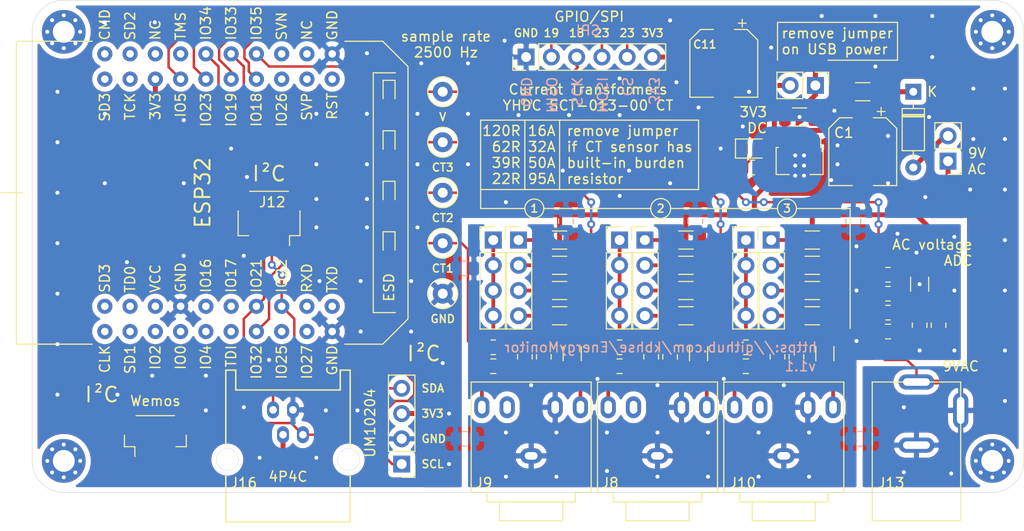
<source format=kicad_pcb>
(kicad_pcb (version 20171130) (host pcbnew "(5.1.10)-1")
  (title_block (title "ESP32 Energy Monitor") (date 2021-09-27) (rev v1.1) (comment 3 https://www.github.com/kbhse) (comment 4 klomar))
  (layers (0 F.Cu signal) (31 B.Cu signal) (34 B.Paste user) (35 F.Paste user) (36 B.SilkS user) (37 F.SilkS user) (38 B.Mask user) (39 F.Mask user) (44 Edge.Cuts user))
  (net 0 "")
  (net 1 GND)
  (net 2 "Net-(C1-Pad1)")
  (net 3 GNDA)
  (net 4 9V_AC)
  (net 5 "Net-(C9-Pad1)")
  (net 6 "Net-(C10-Pad1)")
  (net 7 ADC1_CH5)
  (net 8 ADC1_CH6)
  (net 9 ADC1_CH7)
  (net 10 +3V3)
  (net 11 "Net-(J5-Pad2)")
  (net 12 "Net-(J6-Pad2)")
  (net 13 I2C_SDA)
  (net 14 I2C_SCL)
  (net 15 ADC1_CH4)
  (net 16 TB1)
  (net 17 RB1)
  (net 18 RB2)
  (net 19 RB3)
  (net 20 "Net-(J4-Pad4)")
  (net 21 "Net-(J4-Pad3)")
  (net 22 "Net-(J4-Pad2)")
  (net 23 "Net-(J4-Pad1)")
  (net 24 "Net-(J5-Pad4)")
  (net 25 "Net-(J5-Pad3)")
  (net 26 "Net-(J5-Pad1)")
  (net 27 "Net-(J6-Pad4)")
  (net 28 "Net-(J6-Pad3)")
  (net 29 "Net-(J6-Pad1)")
  (net 30 TB2)
  (net 31 TB3)
  (net 32 "Net-(R25-Pad2)")
  (net 33 "Net-(D1-Pad1)")
  (net 34 "Net-(D1-Pad2)")
  (net 35 "Net-(D6-Pad2)")
  (net 36 SPI_CS)
  (net 37 SPI_MOSI)
  (net 38 SPI_MISO)
  (net 39 SPI_CLK)
  (net 40 "Net-(C11-Pad1)")
  (module Capacitor_SMD:CP_Elec_6.3x5.9 (layer F.Cu) (at 119.6975 81.915 270)
    (fp_text reference C11 (at -1.905 1.905 180) (layer F.SilkS) (effects (font (size 0.8 0.8))))
    (fp_text value 10uF)
    (pad 2 smd roundrect (at 2.8 0 270) (size 3.5 1.6) (layers F.Cu F.Paste F.Mask) (roundrect_rratio 0.15625) (net 1 GND))
    (pad 1 smd roundrect (at -2.8 0 270) (size 3.5 1.6) (layers F.Cu F.Paste F.Mask) (roundrect_rratio 0.15625) (net 40 "Net-(C11-Pad1)"))
  )
  (module MyFootprints:ESP32_D1_MINI (layer F.Cu) (at 68.8975 94.9325 270)
    (fp_text reference U1 hide)
    (fp_text value ESP32_D1_MINI)
    (fp_text user SD3 (at 10.16 11.43 90) (layer F.SilkS) (effects (justify left)))
    (fp_text user TD0 (at 10.16 8.89 90) (layer F.SilkS) (effects (justify left)))
    (fp_text user VCC (at 10.16 6.35 90) (layer F.SilkS) (effects (justify left)))
    (fp_text user GND (at 10.16 3.81 90) (layer F.SilkS) (effects (justify left)))
    (fp_text user IO16 (at 10.16 1.27 90) (layer F.SilkS) (effects (justify left)))
    (fp_text user IO17 (at 10.16 -1.27 90) (layer F.SilkS) (effects (justify left)))
    (fp_text user IO21 (at 10.16 -3.81 90) (layer F.SilkS) (effects (justify left)))
    (fp_text user IO22 (at 10.16 -6.35 90) (layer F.SilkS) (effects (justify left)))
    (fp_text user RXD (at 10.16 -8.89 90) (layer F.SilkS) (effects (justify left)))
    (fp_text user TXD (at 10.16 -11.43 90) (layer F.SilkS) (effects (justify left)))
    (fp_text user CLK (at 15.24 11.43 90) (layer F.SilkS) (effects (justify right)))
    (fp_text user SD1 (at 15.24 8.89 90) (layer F.SilkS) (effects (justify right)))
    (fp_text user IO2 (at 15.24 6.35 90) (layer F.SilkS) (effects (justify right)))
    (fp_text user IO0 (at 15.24 3.81 90) (layer F.SilkS) (effects (justify right)))
    (fp_text user IO4 (at 15.24 1.27 90) (layer F.SilkS) (effects (justify right)))
    (fp_text user TDI (at 15.24 -1.27 90) (layer F.SilkS) (effects (justify right)))
    (fp_text user IO32 (at 15.24 -3.81 90) (layer F.SilkS) (effects (justify right)))
    (fp_text user IO25 (at 15.24 -6.35 90) (layer F.SilkS) (effects (justify right)))
    (fp_text user IO27 (at 15.24 -8.89 90) (layer F.SilkS) (effects (justify right)))
    (fp_text user GND (at 15.24 -11.43 90) (layer F.SilkS) (effects (justify right)))
    (fp_text user SD3 (at -10.16 11.43 90) (layer F.SilkS) (effects (justify right)))
    (fp_text user TCK (at -10.16 8.89 90) (layer F.SilkS) (effects (justify right)))
    (fp_text user 3V3 (at -10.16 6.35 90) (layer F.SilkS) (effects (justify right)))
    (fp_text user CMD (at -15.24 11.43 90) (layer F.SilkS) (effects (justify left)))
    (fp_text user SD2 (at -15.24 8.89 90) (layer F.SilkS) (effects (justify left)))
    (fp_text user NC (at -15.24 6.35 90) (layer F.SilkS) (effects (justify left)))
    (fp_text user IO5 (at -10.16 3.81 90) (layer F.SilkS) (effects (justify right)))
    (fp_text user TMS (at -15.24 3.81 90) (layer F.SilkS) (effects (justify left)))
    (fp_text user IO23 (at -10.16 1.27 90) (layer F.SilkS) (effects (justify right)))
    (fp_text user IO34 (at -15.24 1.27 90) (layer F.SilkS) (effects (justify left)))
    (fp_text user IO19 (at -10.16 -1.27 90) (layer F.SilkS) (effects (justify right)))
    (fp_text user IO33 (at -15.24 -1.27 90) (layer F.SilkS) (effects (justify left)))
    (fp_text user IO18 (at -10.16 -3.81 90) (layer F.SilkS) (effects (justify right)))
    (fp_text user IO35 (at -15.24 -3.81 90) (layer F.SilkS) (effects (justify left)))
    (fp_text user IO26 (at -10.16 -6.35 90) (layer F.SilkS) (effects (justify right)))
    (fp_text user SVN (at -15.24 -6.35 90) (layer F.SilkS) (effects (justify left)))
    (fp_text user SVP (at -10.16 -8.89 90) (layer F.SilkS) (effects (justify right)))
    (fp_text user NC (at -15.24 -8.89 90) (layer F.SilkS) (effects (justify left)))
    (fp_text user RST (at -10.16 -11.43 90) (layer F.SilkS) (effects (justify right)))
    (fp_text user GND (at -15.24 -11.43 90) (layer F.SilkS) (effects (justify left)))
    (pad 21 thru_hole circle (at 13.97 11.43 270) (size 1.524 1.524) (drill 0.762) (layers *.Cu *.Mask))
    (pad 23 thru_hole circle (at 13.97 8.89 270) (size 1.524 1.524) (drill 0.762) (layers *.Cu *.Mask))
    (pad 25 thru_hole circle (at 13.97 6.35 270) (size 1.524 1.524) (drill 0.762) (layers *.Cu *.Mask))
    (pad 27 thru_hole circle (at 13.97 3.81 270) (size 1.524 1.524) (drill 0.762) (layers *.Cu *.Mask))
    (pad 29 thru_hole circle (at 13.97 1.27 270) (size 1.524 1.524) (drill 0.762) (layers *.Cu *.Mask))
    (pad 31 thru_hole circle (at 13.97 -1.27 270) (size 1.524 1.524) (drill 0.762) (layers *.Cu *.Mask))
    (pad 33 thru_hole circle (at 13.97 -3.81 270) (size 1.524 1.524) (drill 0.762) (layers *.Cu *.Mask) (net 7 ADC1_CH5))
    (pad 35 thru_hole circle (at 13.97 -6.35 270) (size 1.524 1.524) (drill 0.762) (layers *.Cu *.Mask))
    (pad 37 thru_hole circle (at 13.97 -8.89 270) (size 1.524 1.524) (drill 0.762) (layers *.Cu *.Mask))
    (pad 39 thru_hole circle (at 13.97 -11.43 270) (size 1.524 1.524) (drill 0.762) (layers *.Cu *.Mask) (net 1 GND))
    (pad 22 thru_hole circle (at 11.43 11.43 270) (size 1.524 1.524) (drill 0.762) (layers *.Cu *.Mask))
    (pad 24 thru_hole circle (at 11.43 8.89 270) (size 1.524 1.524) (drill 0.762) (layers *.Cu *.Mask))
    (pad 26 thru_hole circle (at 11.43 6.35 270) (size 1.524 1.524) (drill 0.762) (layers *.Cu *.Mask))
    (pad 28 thru_hole circle (at 11.43 3.81 270) (size 1.524 1.524) (drill 0.762) (layers *.Cu *.Mask) (net 1 GND))
    (pad 30 thru_hole circle (at 11.43 1.27 270) (size 1.524 1.524) (drill 0.762) (layers *.Cu *.Mask))
    (pad 32 thru_hole circle (at 11.43 -1.27 270) (size 1.524 1.524) (drill 0.762) (layers *.Cu *.Mask))
    (pad 34 thru_hole circle (at 11.43 -3.81 270) (size 1.524 1.524) (drill 0.762) (layers *.Cu *.Mask) (net 13 I2C_SDA))
    (pad 36 thru_hole circle (at 11.43 -6.35 270) (size 1.524 1.524) (drill 0.762) (layers *.Cu *.Mask) (net 14 I2C_SCL))
    (pad 38 thru_hole circle (at 11.43 -8.89 270) (size 1.524 1.524) (drill 0.762) (layers *.Cu *.Mask))
    (pad 40 thru_hole circle (at 11.43 -11.43 270) (size 1.524 1.524) (drill 0.762) (layers *.Cu *.Mask))
    (pad 19 thru_hole circle (at -13.97 11.43 270) (size 1.524 1.524) (drill 0.762) (layers *.Cu *.Mask))
    (pad 17 thru_hole circle (at -13.97 8.89 270) (size 1.524 1.524) (drill 0.762) (layers *.Cu *.Mask))
    (pad 15 thru_hole circle (at -13.97 6.35 270) (size 1.524 1.524) (drill 0.762) (layers *.Cu *.Mask))
    (pad 13 thru_hole circle (at -13.97 3.81 270) (size 1.524 1.524) (drill 0.762) (layers *.Cu *.Mask))
    (pad 11 thru_hole circle (at -13.97 1.27 270) (size 1.524 1.524) (drill 0.762) (layers *.Cu *.Mask) (net 8 ADC1_CH6))
    (pad 9 thru_hole circle (at -13.97 -1.27 270) (size 1.524 1.524) (drill 0.762) (layers *.Cu *.Mask) (net 9 ADC1_CH7))
    (pad 7 thru_hole circle (at -13.97 -3.81 270) (size 1.524 1.524) (drill 0.762) (layers *.Cu *.Mask) (net 15 ADC1_CH4))
    (pad 5 thru_hole circle (at -13.97 -6.35 270) (size 1.524 1.524) (drill 0.762) (layers *.Cu *.Mask))
    (pad 3 thru_hole circle (at -13.97 -8.89 270) (size 1.524 1.524) (drill 0.762) (layers *.Cu *.Mask))
    (pad 1 thru_hole circle (at -13.97 -11.43 270) (size 1.524 1.524) (drill 0.762) (layers *.Cu *.Mask) (net 1 GND))
    (pad 20 thru_hole circle (at -11.43 11.43 270) (size 1.524 1.524) (drill 0.762) (layers *.Cu *.Mask))
    (pad 18 thru_hole circle (at -11.43 8.89 270) (size 1.524 1.524) (drill 0.762) (layers *.Cu *.Mask))
    (pad 16 thru_hole circle (at -11.43 6.35 270) (size 1.524 1.524) (drill 0.762) (layers *.Cu *.Mask) (net 10 +3V3))
    (pad 14 thru_hole circle (at -11.43 3.81 270) (size 1.524 1.524) (drill 0.762) (layers *.Cu *.Mask) (net 36 SPI_CS))
    (pad 12 thru_hole circle (at -11.43 1.27 270) (size 1.524 1.524) (drill 0.762) (layers *.Cu *.Mask) (net 37 SPI_MOSI))
    (pad 10 thru_hole circle (at -11.43 -1.27 270) (size 1.524 1.524) (drill 0.762) (layers *.Cu *.Mask) (net 38 SPI_MISO))
    (pad 8 thru_hole circle (at -11.43 -3.81 270) (size 1.524 1.524) (drill 0.762) (layers *.Cu *.Mask) (net 39 SPI_CLK))
    (pad 6 thru_hole circle (at -11.43 -6.35 270) (size 1.524 1.524) (drill 0.762) (layers *.Cu *.Mask))
    (pad 4 thru_hole circle (at -11.43 -8.89 270) (size 1.524 1.524) (drill 0.762) (layers *.Cu *.Mask))
    (pad 2 thru_hole circle (at -11.43 -11.43 270) (size 1.524 1.524) (drill 0.762) (layers *.Cu *.Mask))
  )
  (module Connector_PinHeader_2.54mm:PinHeader_1x06_P2.54mm_Vertical (layer F.Cu) (at 99.822 81.28 90)
    (fp_text reference J17 hide)
    (fp_text value Conn_01x06 hide)
    (pad 6 thru_hole oval (at 0 12.7 90) (size 1.7 1.7) (drill 1) (layers *.Cu *.Mask) (net 10 +3V3))
    (pad 5 thru_hole oval (at 0 10.16 90) (size 1.7 1.7) (drill 1) (layers *.Cu *.Mask) (net 36 SPI_CS))
    (pad 4 thru_hole oval (at 0 7.62 90) (size 1.7 1.7) (drill 1) (layers *.Cu *.Mask) (net 37 SPI_MOSI))
    (pad 3 thru_hole oval (at 0 5.08 90) (size 1.7 1.7) (drill 1) (layers *.Cu *.Mask) (net 39 SPI_CLK))
    (pad 2 thru_hole oval (at 0 2.54 90) (size 1.7 1.7) (drill 1) (layers *.Cu *.Mask) (net 38 SPI_MISO))
    (pad 1 thru_hole rect (at 0 0 90) (size 1.7 1.7) (drill 1) (layers *.Cu *.Mask) (net 1 GND))
  )
  (module Capacitor_SMD:CP_Elec_6.3x5.9 (layer F.Cu) (at 133.6675 90.805 270)
    (fp_text reference C1 (at -1.905 1.905 180) (layer F.SilkS))
    (fp_text value 47uF)
    (pad 2 smd roundrect (at 2.8 0 270) (size 3.5 1.6) (layers F.Cu F.Paste F.Mask) (roundrect_rratio 0.15625) (net 1 GND))
    (pad 1 smd roundrect (at -2.8 0 270) (size 3.5 1.6) (layers F.Cu F.Paste F.Mask) (roundrect_rratio 0.15625) (net 2 "Net-(C1-Pad1)"))
  )
  (module Connector_JST:JST_SH_SM04B-SRSS-TB_1x04-1MP_P1.00mm_Horizontal (layer F.Cu) (at 73.9775 97.4725 180)
    (fp_text reference J12 (at -0.3175 1.5875) (layer F.SilkS))
    (fp_text value Conn_01x04 hide)
    (pad MP smd roundrect (at 2.8 1.875 180) (size 1.2 1.8) (layers F.Cu F.Paste F.Mask) (roundrect_rratio 0.2083325))
    (pad MP smd roundrect (at -2.8 1.875 180) (size 1.2 1.8) (layers F.Cu F.Paste F.Mask) (roundrect_rratio 0.2083325))
    (pad 4 smd roundrect (at 1.5 -2 180) (size 0.6 1.55) (layers F.Cu F.Paste F.Mask) (net 1 GND))
    (pad 3 smd roundrect (at 0.5 -2 180) (size 0.6 1.55) (layers F.Cu F.Paste F.Mask) (net 13 I2C_SDA))
    (pad 2 smd roundrect (at -0.5 -2 180) (size 0.6 1.55) (layers F.Cu F.Paste F.Mask) (net 14 I2C_SCL))
    (pad 1 smd roundrect (at -1.5 -2 180) (size 0.6 1.55) (layers F.Cu F.Paste F.Mask) (net 10 +3V3))
  )
  (module Resistor_SMD:R_0805_2012Metric (layer B.Cu) (at 93.6625 119.6975)
    (fp_text reference R34 hide)
    (fp_text value 0R)
    (pad 2 smd roundrect (at 0.9125 0) (size 1.025 1.4) (layers B.Cu B.Paste B.Mask) (roundrect_rratio 0.2439004878048781) (net 3 GNDA))
    (pad 1 smd roundrect (at -0.9125 0) (size 1.025 1.4) (layers B.Cu B.Paste B.Mask) (roundrect_rratio 0.2439004878048781) (net 1 GND))
  )
  (module Resistor_SMD:R_0805_2012Metric (layer B.Cu) (at 133.35 119.6975 180)
    (fp_text reference R33 hide)
    (fp_text value 0R)
    (pad 2 smd roundrect (at 0.9125 0 180) (size 1.025 1.4) (layers B.Cu B.Paste B.Mask) (roundrect_rratio 0.2439004878048781) (net 3 GNDA))
    (pad 1 smd roundrect (at -0.9125 0 180) (size 1.025 1.4) (layers B.Cu B.Paste B.Mask) (roundrect_rratio 0.2439004878048781) (net 1 GND))
  )
  (module Resistor_SMD:R_0805_2012Metric (layer B.Cu) (at 93.6625 102.5525)
    (fp_text reference R32 hide)
    (fp_text value 0R)
    (pad 2 smd roundrect (at 0.9125 0) (size 1.025 1.4) (layers B.Cu B.Paste B.Mask) (roundrect_rratio 0.2439004878048781) (net 3 GNDA))
    (pad 1 smd roundrect (at -0.9125 0) (size 1.025 1.4) (layers B.Cu B.Paste B.Mask) (roundrect_rratio 0.2439004878048781) (net 1 GND))
  )
  (module Resistor_SMD:R_0805_2012Metric (layer B.Cu) (at 103.8225 97.79 270)
    (fp_text reference R31 hide)
    (fp_text value 0R)
    (pad 2 smd roundrect (at 0.9125 0 270) (size 1.025 1.4) (layers B.Cu B.Paste B.Mask) (roundrect_rratio 0.2439004878048781) (net 3 GNDA))
    (pad 1 smd roundrect (at -0.9125 0 270) (size 1.025 1.4) (layers B.Cu B.Paste B.Mask) (roundrect_rratio 0.2439004878048781) (net 1 GND))
  )
  (module Resistor_SMD:R_0805_2012Metric (layer B.Cu) (at 116.84 97.79 270)
    (fp_text reference R30 hide)
    (fp_text value 0R)
    (pad 2 smd roundrect (at 0.9125 0 270) (size 1.025 1.4) (layers B.Cu B.Paste B.Mask) (roundrect_rratio 0.2439004878048781) (net 3 GNDA))
    (pad 1 smd roundrect (at -0.9125 0 270) (size 1.025 1.4) (layers B.Cu B.Paste B.Mask) (roundrect_rratio 0.2439004878048781) (net 1 GND))
  )
  (module Resistor_SMD:R_0805_2012Metric (layer B.Cu) (at 132.715 97.79 270)
    (fp_text reference R15 hide)
    (fp_text value 0R)
    (pad 2 smd roundrect (at 0.9125 0 270) (size 1.025 1.4) (layers B.Cu B.Paste B.Mask) (roundrect_rratio 0.2439004878048781) (net 3 GNDA))
    (pad 1 smd roundrect (at -0.9125 0 270) (size 1.025 1.4) (layers B.Cu B.Paste B.Mask) (roundrect_rratio 0.2439004878048781) (net 1 GND))
  )
  (module Connector_JST:JST_SH_BM04B-SRSS-TB_1x04-1MP_P1.00mm_Vertical (layer F.Cu) (at 62.5475 119.38)
    (fp_text reference J14 hide)
    (fp_text value Conn_01x04 hide)
    (pad 1 smd roundrect (at -1.5 1.325) (size 0.6 1.55) (layers F.Cu F.Paste F.Mask) (net 10 +3V3))
    (pad 2 smd roundrect (at -0.5 1.325) (size 0.6 1.55) (layers F.Cu F.Paste F.Mask) (net 14 I2C_SCL))
    (pad 3 smd roundrect (at 0.5 1.325) (size 0.6 1.55) (layers F.Cu F.Paste F.Mask) (net 13 I2C_SDA))
    (pad 4 smd roundrect (at 1.5 1.325) (size 0.6 1.55) (layers F.Cu F.Paste F.Mask) (net 1 GND))
    (pad MP smd roundrect (at -2.8 -1.2) (size 1.2 1.8) (layers F.Cu F.Paste F.Mask) (roundrect_rratio 0.2083325))
    (pad MP smd roundrect (at 2.8 -1.2) (size 1.2 1.8) (layers F.Cu F.Paste F.Mask) (roundrect_rratio 0.2083325))
  )
  (module Resistor_SMD:R_0805_2012Metric (layer F.Cu) (at 122.555 92.3925 180)
    (fp_text reference R14 hide)
    (fp_text value 4K7)
    (pad 2 smd roundrect (at 0.9125 0 180) (size 1.025 1.4) (layers F.Cu F.Paste F.Mask) (roundrect_rratio 0.2439004878048781) (net 35 "Net-(D6-Pad2)"))
    (pad 1 smd roundrect (at -0.9125 0 180) (size 1.025 1.4) (layers F.Cu F.Paste F.Mask) (roundrect_rratio 0.2439004878048781) (net 10 +3V3))
  )
  (module LED_SMD:LED_0805_2012Metric (layer F.Cu) (at 122.555 90.4875)
    (fp_text reference D6 hide)
    (fp_text value LED)
    (pad 2 smd roundrect (at 0.9375 0) (size 0.975 1.4) (layers F.Cu F.Paste F.Mask) (net 35 "Net-(D6-Pad2)"))
    (pad 1 smd roundrect (at -0.9375 0) (size 0.975 1.4) (layers F.Cu F.Paste F.Mask) (net 1 GND))
  )
  (module TestPoint:TestPoint_Loop_D2.50mm_Drill1.0mm_LowProfile (layer F.Cu) (at 91.44 105.0925)
    (fp_text reference TP5 hide)
    (fp_text value TestPoint_Probe hide)
    (pad 1 thru_hole circle (at 0 0) (size 2 2) (drill 1) (layers *.Cu *.Mask) (net 1 GND))
  )
  (module TestPoint:TestPoint_Loop_D2.50mm_Drill1.0mm_LowProfile (layer F.Cu) (at 91.44 84.7725)
    (fp_text reference TP4 hide)
    (fp_text value TestPoint_Probe hide)
    (pad 1 thru_hole circle (at 0 0) (size 2 2) (drill 1) (layers *.Cu *.Mask) (net 15 ADC1_CH4))
  )
  (module TestPoint:TestPoint_Loop_D2.50mm_Drill1.0mm_LowProfile (layer F.Cu) (at 91.44 89.8525)
    (fp_text reference TP3 hide)
    (fp_text value TestPoint_Probe hide)
    (pad 1 thru_hole circle (at 0 0) (size 2 2) (drill 1) (layers *.Cu *.Mask) (net 9 ADC1_CH7))
  )
  (module TestPoint:TestPoint_Loop_D2.50mm_Drill1.0mm_LowProfile (layer F.Cu) (at 91.44 94.9325)
    (fp_text reference TP2 hide)
    (fp_text value TestPoint_Probe hide)
    (pad 1 thru_hole circle (at 0 0) (size 2 2) (drill 1) (layers *.Cu *.Mask) (net 8 ADC1_CH6))
  )
  (module TestPoint:TestPoint_Loop_D2.50mm_Drill1.0mm_LowProfile (layer F.Cu) (at 91.44 100.0125)
    (fp_text reference TP1 hide)
    (fp_text value TestPoint_Probe hide)
    (pad 1 thru_hole circle (at 0 0) (size 2 2) (drill 1) (layers *.Cu *.Mask) (net 7 ADC1_CH5))
  )
  (module Connector_PinHeader_2.54mm:PinHeader_1x02_P2.54mm_Vertical (layer F.Cu) (at 142.24 91.7575 180)
    (fp_text reference J11 hide)
    (fp_text value Conn_01x02 hide)
    (pad 2 thru_hole oval (at 0 2.54 180) (size 1.7 1.7) (drill 1) (layers *.Cu *.Mask) (net 34 "Net-(D1-Pad2)"))
    (pad 1 thru_hole rect (at 0 0 180) (size 1.7 1.7) (drill 1) (layers *.Cu *.Mask) (net 4 9V_AC))
  )
  (module MountingHole:MountingHole_2.2mm_M2_Pad_Via (layer F.Cu) (at 146.685 121.92)
    (fp_text reference H4 hide)
    (fp_text value MountingHole hide)
    (pad 1 thru_hole circle (at 0 0) (size 4.4 4.4) (drill 2.2) (layers *.Cu *.Mask))
    (pad 1 thru_hole circle (at 1.65 0) (size 0.7 0.7) (drill 0.4) (layers *.Cu *.Mask))
    (pad 1 thru_hole circle (at 1.166726 1.166726) (size 0.7 0.7) (drill 0.4) (layers *.Cu *.Mask))
    (pad 1 thru_hole circle (at 0 1.65) (size 0.7 0.7) (drill 0.4) (layers *.Cu *.Mask))
    (pad 1 thru_hole circle (at -1.166726 1.166726) (size 0.7 0.7) (drill 0.4) (layers *.Cu *.Mask))
    (pad 1 thru_hole circle (at -1.65 0) (size 0.7 0.7) (drill 0.4) (layers *.Cu *.Mask))
    (pad 1 thru_hole circle (at -1.166726 -1.166726) (size 0.7 0.7) (drill 0.4) (layers *.Cu *.Mask))
    (pad 1 thru_hole circle (at 0 -1.65) (size 0.7 0.7) (drill 0.4) (layers *.Cu *.Mask))
    (pad 1 thru_hole circle (at 1.166726 -1.166726) (size 0.7 0.7) (drill 0.4) (layers *.Cu *.Mask))
  )
  (module MountingHole:MountingHole_2.2mm_M2_Pad_Via (layer F.Cu) (at 53.34 121.92)
    (fp_text reference H3 hide)
    (fp_text value MountingHole hide)
    (pad 1 thru_hole circle (at 0 0) (size 4.4 4.4) (drill 2.2) (layers *.Cu *.Mask))
    (pad 1 thru_hole circle (at 1.65 0) (size 0.7 0.7) (drill 0.4) (layers *.Cu *.Mask))
    (pad 1 thru_hole circle (at 1.166726 1.166726) (size 0.7 0.7) (drill 0.4) (layers *.Cu *.Mask))
    (pad 1 thru_hole circle (at 0 1.65) (size 0.7 0.7) (drill 0.4) (layers *.Cu *.Mask))
    (pad 1 thru_hole circle (at -1.166726 1.166726) (size 0.7 0.7) (drill 0.4) (layers *.Cu *.Mask))
    (pad 1 thru_hole circle (at -1.65 0) (size 0.7 0.7) (drill 0.4) (layers *.Cu *.Mask))
    (pad 1 thru_hole circle (at -1.166726 -1.166726) (size 0.7 0.7) (drill 0.4) (layers *.Cu *.Mask))
    (pad 1 thru_hole circle (at 0 -1.65) (size 0.7 0.7) (drill 0.4) (layers *.Cu *.Mask))
    (pad 1 thru_hole circle (at 1.166726 -1.166726) (size 0.7 0.7) (drill 0.4) (layers *.Cu *.Mask))
  )
  (module MountingHole:MountingHole_2.2mm_M2_Pad_Via (layer F.Cu) (at 53.34 78.74)
    (fp_text reference H2 hide)
    (fp_text value MountingHole hide)
    (pad 1 thru_hole circle (at 0 0) (size 4.4 4.4) (drill 2.2) (layers *.Cu *.Mask))
    (pad 1 thru_hole circle (at 1.65 0) (size 0.7 0.7) (drill 0.4) (layers *.Cu *.Mask))
    (pad 1 thru_hole circle (at 1.166726 1.166726) (size 0.7 0.7) (drill 0.4) (layers *.Cu *.Mask))
    (pad 1 thru_hole circle (at 0 1.65) (size 0.7 0.7) (drill 0.4) (layers *.Cu *.Mask))
    (pad 1 thru_hole circle (at -1.166726 1.166726) (size 0.7 0.7) (drill 0.4) (layers *.Cu *.Mask))
    (pad 1 thru_hole circle (at -1.65 0) (size 0.7 0.7) (drill 0.4) (layers *.Cu *.Mask))
    (pad 1 thru_hole circle (at -1.166726 -1.166726) (size 0.7 0.7) (drill 0.4) (layers *.Cu *.Mask))
    (pad 1 thru_hole circle (at 0 -1.65) (size 0.7 0.7) (drill 0.4) (layers *.Cu *.Mask))
    (pad 1 thru_hole circle (at 1.166726 -1.166726) (size 0.7 0.7) (drill 0.4) (layers *.Cu *.Mask))
  )
  (module MountingHole:MountingHole_2.2mm_M2_Pad_Via (layer F.Cu) (at 146.685 78.74)
    (fp_text reference H1 hide)
    (fp_text value MountingHole hide)
    (pad 1 thru_hole circle (at 0 0) (size 4.4 4.4) (drill 2.2) (layers *.Cu *.Mask))
    (pad 1 thru_hole circle (at 1.65 0) (size 0.7 0.7) (drill 0.4) (layers *.Cu *.Mask))
    (pad 1 thru_hole circle (at 1.166726 1.166726) (size 0.7 0.7) (drill 0.4) (layers *.Cu *.Mask))
    (pad 1 thru_hole circle (at 0 1.65) (size 0.7 0.7) (drill 0.4) (layers *.Cu *.Mask))
    (pad 1 thru_hole circle (at -1.166726 1.166726) (size 0.7 0.7) (drill 0.4) (layers *.Cu *.Mask))
    (pad 1 thru_hole circle (at -1.65 0) (size 0.7 0.7) (drill 0.4) (layers *.Cu *.Mask))
    (pad 1 thru_hole circle (at -1.166726 -1.166726) (size 0.7 0.7) (drill 0.4) (layers *.Cu *.Mask))
    (pad 1 thru_hole circle (at 0 -1.65) (size 0.7 0.7) (drill 0.4) (layers *.Cu *.Mask))
    (pad 1 thru_hole circle (at 1.166726 -1.166726) (size 0.7 0.7) (drill 0.4) (layers *.Cu *.Mask))
  )
  (module MyFootprints:3.5mm_5_Pin_Socket_PCB_Mount (layer F.Cu) (at 125.73 120.015 180)
    (fp_text reference J10 (at 4.1275 -4.1275) (layer F.SilkS))
    (fp_text value AudioJack3_Ground_Switch_5_pin hide)
    (pad TN thru_hole oval (at -2.413 3.4925 180) (size 1.524 2.2) (drill oval 0.762 1.3) (layers *.Cu *.Mask) (net 3 GNDA))
    (pad S thru_hole oval (at 0 -1.397 180) (size 2.2 1.524) (drill oval 1.3 0.762) (layers *.Cu *.Mask) (net 3 GNDA))
    (pad T thru_hole oval (at -4.953 3.4925 180) (size 1.524 2.2) (drill oval 0.762 1.3) (layers *.Cu *.Mask) (net 31 TB3))
    (pad RN thru_hole oval (at 2.413 3.4925 180) (size 1.524 2.2) (drill oval 0.762 1.3) (layers *.Cu *.Mask))
    (pad R thru_hole oval (at 4.953 3.4925 180) (size 1.524 2.2) (drill oval 0.762 1.3) (layers *.Cu *.Mask) (net 19 RB3))
  )
  (module MyFootprints:3.5mm_5_Pin_Socket_PCB_Mount (layer F.Cu) (at 113.03 120.015 180)
    (fp_text reference J8 (at 4.7625 -4.1275) (layer F.SilkS))
    (fp_text value AudioJack3_Ground_Switch_5_pin hide)
    (pad TN thru_hole oval (at -2.413 3.4925 180) (size 1.524 2.2) (drill oval 0.762 1.3) (layers *.Cu *.Mask) (net 3 GNDA))
    (pad S thru_hole oval (at 0 -1.397 180) (size 2.2 1.524) (drill oval 1.3 0.762) (layers *.Cu *.Mask) (net 3 GNDA))
    (pad T thru_hole oval (at -4.953 3.4925 180) (size 1.524 2.2) (drill oval 0.762 1.3) (layers *.Cu *.Mask) (net 30 TB2))
    (pad RN thru_hole oval (at 2.413 3.4925 180) (size 1.524 2.2) (drill oval 0.762 1.3) (layers *.Cu *.Mask))
    (pad R thru_hole oval (at 4.953 3.4925 180) (size 1.524 2.2) (drill oval 0.762 1.3) (layers *.Cu *.Mask) (net 18 RB2))
  )
  (module MyFootprints:3.5mm_5_Pin_Socket_PCB_Mount (layer F.Cu) (at 100.33 120.015 180)
    (fp_text reference J9 (at 4.7625 -4.1275) (layer F.SilkS))
    (fp_text value AudioJack3_Ground_Switch_5_pin hide)
    (pad TN thru_hole oval (at -2.413 3.4925 180) (size 1.524 2.2) (drill oval 0.762 1.3) (layers *.Cu *.Mask) (net 3 GNDA))
    (pad S thru_hole oval (at 0 -1.397 180) (size 2.2 1.524) (drill oval 1.3 0.762) (layers *.Cu *.Mask) (net 3 GNDA))
    (pad T thru_hole oval (at -4.953 3.4925 180) (size 1.524 2.2) (drill oval 0.762 1.3) (layers *.Cu *.Mask) (net 16 TB1))
    (pad RN thru_hole oval (at 2.413 3.4925 180) (size 1.524 2.2) (drill oval 0.762 1.3) (layers *.Cu *.Mask))
    (pad R thru_hole oval (at 4.953 3.4925 180) (size 1.524 2.2) (drill oval 0.762 1.3) (layers *.Cu *.Mask) (net 17 RB1))
  )
  (module MyFootprints:DC_Barrel_Jack_Socket (layer F.Cu) (at 139.065 120.3325 180)
    (fp_text reference J13 (at 2.54 -3.81) (layer F.SilkS))
    (fp_text value Barrel_Jack_Switch hide)
    (pad 3 thru_hole oval (at -4.445 3.4925 180) (size 1.524 3.6) (drill oval 0.762 2.7) (layers *.Cu *.Mask) (net 1 GND))
    (pad 2 thru_hole oval (at 0 0 180) (size 3.6 1.524) (drill oval 2.7 0.762) (layers *.Cu *.Mask) (net 1 GND))
    (pad 1 thru_hole oval (at 0 6.35 180) (size 3.6 1.524) (drill oval 2.7 0.762) (layers *.Cu *.Mask) (net 4 9V_AC))
  )
  (module Diode_THT:D_DO-35_SOD27_P7.62mm_Horizontal (layer F.Cu) (at 138.7475 84.7725 270)
    (fp_text reference D1 hide)
    (fp_text value IN4148)
    (fp_text user K (at 0 -1.905 180) (layer F.SilkS))
    (pad 2 thru_hole oval (at 7.62 0 270) (size 1.6 1.6) (drill 0.8) (layers *.Cu *.Mask) (net 34 "Net-(D1-Pad2)"))
    (pad 1 thru_hole rect (at 0 0 270) (size 1.6 1.6) (drill 0.8) (layers *.Cu *.Mask) (net 33 "Net-(D1-Pad1)"))
  )
  (module Resistor_SMD:R_1206_3216Metric (layer F.Cu) (at 128.5875 99.695 180)
    (fp_text reference R13 hide)
    (fp_text value 120R)
    (pad 2 smd roundrect (at 1.4625 0 180) (size 1.125 1.75) (layers F.Cu F.Paste F.Mask) (roundrect_rratio 0.2222195555555556) (net 29 "Net-(J6-Pad1)"))
    (pad 1 smd roundrect (at -1.4625 0 180) (size 1.125 1.75) (layers F.Cu F.Paste F.Mask) (roundrect_rratio 0.2222195555555556) (net 31 TB3))
  )
  (module Resistor_SMD:R_1206_3216Metric (layer F.Cu) (at 128.5875 102.235 180)
    (fp_text reference R12 hide)
    (fp_text value 62R)
    (pad 2 smd roundrect (at 1.4625 0 180) (size 1.125 1.75) (layers F.Cu F.Paste F.Mask) (roundrect_rratio 0.2222195555555556) (net 12 "Net-(J6-Pad2)"))
    (pad 1 smd roundrect (at -1.4625 0 180) (size 1.125 1.75) (layers F.Cu F.Paste F.Mask) (roundrect_rratio 0.2222195555555556) (net 31 TB3))
  )
  (module Resistor_SMD:R_1206_3216Metric (layer F.Cu) (at 128.5875 104.775 180)
    (fp_text reference R11 hide)
    (fp_text value 39R)
    (pad 2 smd roundrect (at 1.4625 0 180) (size 1.125 1.75) (layers F.Cu F.Paste F.Mask) (roundrect_rratio 0.2222195555555556) (net 28 "Net-(J6-Pad3)"))
    (pad 1 smd roundrect (at -1.4625 0 180) (size 1.125 1.75) (layers F.Cu F.Paste F.Mask) (roundrect_rratio 0.2222195555555556) (net 31 TB3))
  )
  (module Resistor_SMD:R_1206_3216Metric (layer F.Cu) (at 128.5875 107.315 180)
    (fp_text reference R10 hide)
    (fp_text value 22R)
    (pad 2 smd roundrect (at 1.4625 0 180) (size 1.125 1.75) (layers F.Cu F.Paste F.Mask) (roundrect_rratio 0.2222195555555556) (net 27 "Net-(J6-Pad4)"))
    (pad 1 smd roundrect (at -1.4625 0 180) (size 1.125 1.75) (layers F.Cu F.Paste F.Mask) (roundrect_rratio 0.2222195555555556) (net 31 TB3))
  )
  (module Resistor_SMD:R_1206_3216Metric (layer F.Cu) (at 115.8875 99.695 180)
    (fp_text reference R9 hide)
    (fp_text value 120R)
    (pad 2 smd roundrect (at 1.4625 0 180) (size 1.125 1.75) (layers F.Cu F.Paste F.Mask) (roundrect_rratio 0.2222195555555556) (net 26 "Net-(J5-Pad1)"))
    (pad 1 smd roundrect (at -1.4625 0 180) (size 1.125 1.75) (layers F.Cu F.Paste F.Mask) (roundrect_rratio 0.2222195555555556) (net 30 TB2))
  )
  (module Resistor_SMD:R_1206_3216Metric (layer F.Cu) (at 115.8875 102.235 180)
    (fp_text reference R8 hide)
    (fp_text value 62R)
    (pad 2 smd roundrect (at 1.4625 0 180) (size 1.125 1.75) (layers F.Cu F.Paste F.Mask) (roundrect_rratio 0.2222195555555556) (net 11 "Net-(J5-Pad2)"))
    (pad 1 smd roundrect (at -1.4625 0 180) (size 1.125 1.75) (layers F.Cu F.Paste F.Mask) (roundrect_rratio 0.2222195555555556) (net 30 TB2))
  )
  (module Resistor_SMD:R_1206_3216Metric (layer F.Cu) (at 115.8875 104.775 180)
    (fp_text reference R7 hide)
    (fp_text value 39R)
    (pad 2 smd roundrect (at 1.4625 0 180) (size 1.125 1.75) (layers F.Cu F.Paste F.Mask) (roundrect_rratio 0.2222195555555556) (net 25 "Net-(J5-Pad3)"))
    (pad 1 smd roundrect (at -1.4625 0 180) (size 1.125 1.75) (layers F.Cu F.Paste F.Mask) (roundrect_rratio 0.2222195555555556) (net 30 TB2))
  )
  (module Resistor_SMD:R_1206_3216Metric (layer F.Cu) (at 115.8875 107.315 180)
    (fp_text reference R6 hide)
    (fp_text value 22R)
    (pad 2 smd roundrect (at 1.4625 0 180) (size 1.125 1.75) (layers F.Cu F.Paste F.Mask) (roundrect_rratio 0.2222195555555556) (net 24 "Net-(J5-Pad4)"))
    (pad 1 smd roundrect (at -1.4625 0 180) (size 1.125 1.75) (layers F.Cu F.Paste F.Mask) (roundrect_rratio 0.2222195555555556) (net 30 TB2))
  )
  (module Connector_PinHeader_2.54mm:PinHeader_1x04_P2.54mm_Vertical (layer F.Cu) (at 124.46 99.695)
    (fp_text reference J6 hide)
    (fp_text value Conn_01x04 hide)
    (pad 4 thru_hole oval (at 0 7.62) (size 1.7 1.7) (drill 1) (layers *.Cu *.Mask) (net 27 "Net-(J6-Pad4)"))
    (pad 3 thru_hole oval (at 0 5.08) (size 1.7 1.7) (drill 1) (layers *.Cu *.Mask) (net 28 "Net-(J6-Pad3)"))
    (pad 2 thru_hole oval (at 0 2.54) (size 1.7 1.7) (drill 1) (layers *.Cu *.Mask) (net 12 "Net-(J6-Pad2)"))
    (pad 1 thru_hole rect (at 0 0) (size 1.7 1.7) (drill 1) (layers *.Cu *.Mask) (net 29 "Net-(J6-Pad1)"))
  )
  (module Connector_PinHeader_2.54mm:PinHeader_1x04_P2.54mm_Vertical (layer F.Cu) (at 111.76 99.695)
    (fp_text reference J5 hide)
    (fp_text value Conn_01x04 hide)
    (pad 4 thru_hole oval (at 0 7.62) (size 1.7 1.7) (drill 1) (layers *.Cu *.Mask) (net 24 "Net-(J5-Pad4)"))
    (pad 3 thru_hole oval (at 0 5.08) (size 1.7 1.7) (drill 1) (layers *.Cu *.Mask) (net 25 "Net-(J5-Pad3)"))
    (pad 2 thru_hole oval (at 0 2.54) (size 1.7 1.7) (drill 1) (layers *.Cu *.Mask) (net 11 "Net-(J5-Pad2)"))
    (pad 1 thru_hole rect (at 0 0) (size 1.7 1.7) (drill 1) (layers *.Cu *.Mask) (net 26 "Net-(J5-Pad1)"))
  )
  (module Connector_PinHeader_2.54mm:PinHeader_1x04_P2.54mm_Vertical (layer F.Cu) (at 121.92 99.695)
    (fp_text reference J3 hide)
    (fp_text value Conn_01x04 hide)
    (pad 4 thru_hole oval (at 0 7.62) (size 1.7 1.7) (drill 1) (layers *.Cu *.Mask) (net 19 RB3))
    (pad 3 thru_hole oval (at 0 5.08) (size 1.7 1.7) (drill 1) (layers *.Cu *.Mask) (net 19 RB3))
    (pad 2 thru_hole oval (at 0 2.54) (size 1.7 1.7) (drill 1) (layers *.Cu *.Mask) (net 19 RB3))
    (pad 1 thru_hole rect (at 0 0) (size 1.7 1.7) (drill 1) (layers *.Cu *.Mask) (net 19 RB3))
  )
  (module Connector_PinHeader_2.54mm:PinHeader_1x04_P2.54mm_Vertical (layer F.Cu) (at 109.22 99.695)
    (fp_text reference J2 hide)
    (fp_text value Conn_01x04 hide)
    (pad 4 thru_hole oval (at 0 7.62) (size 1.7 1.7) (drill 1) (layers *.Cu *.Mask) (net 18 RB2))
    (pad 3 thru_hole oval (at 0 5.08) (size 1.7 1.7) (drill 1) (layers *.Cu *.Mask) (net 18 RB2))
    (pad 2 thru_hole oval (at 0 2.54) (size 1.7 1.7) (drill 1) (layers *.Cu *.Mask) (net 18 RB2))
    (pad 1 thru_hole rect (at 0 0) (size 1.7 1.7) (drill 1) (layers *.Cu *.Mask) (net 18 RB2))
  )
  (module Resistor_SMD:R_1206_3216Metric (layer F.Cu) (at 103.1875 99.695 180)
    (fp_text reference R5 hide)
    (fp_text value 120R)
    (pad 2 smd roundrect (at 1.4625 0 180) (size 1.125 1.75) (layers F.Cu F.Paste F.Mask) (roundrect_rratio 0.2222195555555556) (net 23 "Net-(J4-Pad1)"))
    (pad 1 smd roundrect (at -1.4625 0 180) (size 1.125 1.75) (layers F.Cu F.Paste F.Mask) (roundrect_rratio 0.2222195555555556) (net 16 TB1))
  )
  (module Resistor_SMD:R_1206_3216Metric (layer F.Cu) (at 103.1875 102.235 180)
    (fp_text reference R4 hide)
    (fp_text value 62R)
    (pad 2 smd roundrect (at 1.4625 0 180) (size 1.125 1.75) (layers F.Cu F.Paste F.Mask) (roundrect_rratio 0.2222195555555556) (net 22 "Net-(J4-Pad2)"))
    (pad 1 smd roundrect (at -1.4625 0 180) (size 1.125 1.75) (layers F.Cu F.Paste F.Mask) (roundrect_rratio 0.2222195555555556) (net 16 TB1))
  )
  (module Resistor_SMD:R_1206_3216Metric (layer F.Cu) (at 103.1875 104.775 180)
    (fp_text reference R3 hide)
    (fp_text value 39R)
    (pad 2 smd roundrect (at 1.4625 0 180) (size 1.125 1.75) (layers F.Cu F.Paste F.Mask) (roundrect_rratio 0.2222195555555556) (net 21 "Net-(J4-Pad3)"))
    (pad 1 smd roundrect (at -1.4625 0 180) (size 1.125 1.75) (layers F.Cu F.Paste F.Mask) (roundrect_rratio 0.2222195555555556) (net 16 TB1))
  )
  (module Resistor_SMD:R_1206_3216Metric (layer F.Cu) (at 103.1875 107.315 180)
    (fp_text reference R2 hide)
    (fp_text value 22R)
    (pad 2 smd roundrect (at 1.4625 0 180) (size 1.125 1.75) (layers F.Cu F.Paste F.Mask) (roundrect_rratio 0.2222195555555556) (net 20 "Net-(J4-Pad4)"))
    (pad 1 smd roundrect (at -1.4625 0 180) (size 1.125 1.75) (layers F.Cu F.Paste F.Mask) (roundrect_rratio 0.2222195555555556) (net 16 TB1))
  )
  (module Connector_PinHeader_2.54mm:PinHeader_1x04_P2.54mm_Vertical (layer F.Cu) (at 99.06 99.695)
    (fp_text reference J4 hide)
    (fp_text value Conn_01x04 hide)
    (pad 4 thru_hole oval (at 0 7.62) (size 1.7 1.7) (drill 1) (layers *.Cu *.Mask) (net 20 "Net-(J4-Pad4)"))
    (pad 3 thru_hole oval (at 0 5.08) (size 1.7 1.7) (drill 1) (layers *.Cu *.Mask) (net 21 "Net-(J4-Pad3)"))
    (pad 2 thru_hole oval (at 0 2.54) (size 1.7 1.7) (drill 1) (layers *.Cu *.Mask) (net 22 "Net-(J4-Pad2)"))
    (pad 1 thru_hole rect (at 0 0) (size 1.7 1.7) (drill 1) (layers *.Cu *.Mask) (net 23 "Net-(J4-Pad1)"))
  )
  (module Connector_PinHeader_2.54mm:PinHeader_1x04_P2.54mm_Vertical (layer F.Cu) (at 96.52 99.695)
    (fp_text reference J1 hide)
    (fp_text value Conn_01x04 hide)
    (pad 4 thru_hole oval (at 0 7.62) (size 1.7 1.7) (drill 1) (layers *.Cu *.Mask) (net 17 RB1))
    (pad 3 thru_hole oval (at 0 5.08) (size 1.7 1.7) (drill 1) (layers *.Cu *.Mask) (net 17 RB1))
    (pad 2 thru_hole oval (at 0 2.54) (size 1.7 1.7) (drill 1) (layers *.Cu *.Mask) (net 17 RB1))
    (pad 1 thru_hole rect (at 0 0) (size 1.7 1.7) (drill 1) (layers *.Cu *.Mask) (net 17 RB1))
  )
  (module Resistor_SMD:R_1206_3216Metric (layer F.Cu) (at 133.6675 84.7725)
    (fp_text reference R1 hide)
    (fp_text value "56R 0.25W")
    (pad 2 smd roundrect (at 1.4625 0) (size 1.125 1.75) (layers F.Cu F.Paste F.Mask) (roundrect_rratio 0.2222195555555556) (net 33 "Net-(D1-Pad1)"))
    (pad 1 smd roundrect (at -1.4625 0) (size 1.125 1.75) (layers F.Cu F.Paste F.Mask) (roundrect_rratio 0.2222195555555556) (net 2 "Net-(C1-Pad1)"))
  )
  (module MyFootprints:RJ6_4P4C_small_I2C_UM10204 (layer F.Cu) (at 75.8825 121.285 180)
    (fp_text reference J16 (at 4.445 -2.8575) (layer F.SilkS))
    (fp_text value 4P4C (at 0 -2.2225) (layer F.SilkS))
    (pad 4 thru_hole oval (at 1.5 4.5 180) (size 1.2 1.7) (drill 0.762) (layers *.Cu *.Mask) (net 13 I2C_SDA))
    (pad 3 thru_hole oval (at 0.5 2 180) (size 1.2 1.7) (drill 0.762) (layers *.Cu *.Mask) (net 10 +3V3))
    (pad 2 thru_hole oval (at -0.5 4.5 180) (size 1.2 1.7) (drill 0.762) (layers *.Cu *.Mask) (net 1 GND))
    (pad 1 thru_hole oval (at -1.5 2 180) (size 1.2 1.7) (drill 0.762) (layers *.Cu *.Mask) (net 14 I2C_SCL))
    (pad "" thru_hole circle (at 6.1 -0.5 180) (size 2.2 2.2) (drill 2.2) (layers *.Cu *.Mask))
    (pad "" thru_hole circle (at -6.1 -0.5 180) (size 2.2 2.2) (drill 2.2) (layers *.Cu *.Mask))
  )
  (module Resistor_SMD:R_0805_2012Metric (layer F.Cu) (at 121.92 110.49)
    (fp_text reference R18 hide)
    (fp_text value 1K)
    (pad 2 smd roundrect (at 0.9125 0) (size 1.025 1.4) (layers F.Cu F.Paste F.Mask) (roundrect_rratio 0.2439004878048781) (net 19 RB3))
    (pad 1 smd roundrect (at -0.9125 0) (size 1.025 1.4) (layers F.Cu F.Paste F.Mask) (roundrect_rratio 0.2439004878048781) (net 9 ADC1_CH7))
  )
  (module Diode_SMD:D_SOD-523 (layer F.Cu) (at 86.0425 84.7725 270)
    (fp_text reference D5 hide)
    (fp_text value ESD5Z3.3T1G hide)
    (pad 1 smd rect (at -0.7 0 90) (size 0.6 0.7) (layers F.Cu F.Paste F.Mask) (net 15 ADC1_CH4))
    (pad 2 smd rect (at 0.7 0 90) (size 0.6 0.7) (layers F.Cu F.Paste F.Mask) (net 1 GND))
  )
  (module Package_TO_SOT_SMD:SOT-89-3 (layer F.Cu) (at 127.3175 91.44 270)
    (fp_text reference U2 hide)
    (fp_text value HT7333)
    (pad 2 smd custom (at -1.5625 0 270) (size 1.475 0.9) (layers F.Cu F.Paste F.Mask) (net 2 "Net-(C1-Pad1)") (options (clearance outline) (anchor rect)) (primitives (gr_poly (pts (xy 0.7375 -0.8665) (xy 3.8625 -0.8665) (xy 3.8625 0.8665) (xy 0.7375 0.8665)) (width 0))))
    (pad 3 smd rect (at -1.65 1.5 270) (size 1.3 0.9) (layers F.Cu F.Paste F.Mask) (net 40 "Net-(C11-Pad1)"))
    (pad 1 smd rect (at -1.65 -1.5 270) (size 1.3 0.9) (layers F.Cu F.Paste F.Mask) (net 1 GND))
  )
  (module Resistor_SMD:R_0805_2012Metric (layer F.Cu) (at 139.3825 108.2675 270)
    (fp_text reference R29 hide)
    (fp_text value 470K)
    (pad 2 smd roundrect (at 0.9125 0 270) (size 1.025 1.4) (layers F.Cu F.Paste F.Mask) (roundrect_rratio 0.2439004878048781) (net 3 GNDA))
    (pad 1 smd roundrect (at -0.9125 0 270) (size 1.025 1.4) (layers F.Cu F.Paste F.Mask) (roundrect_rratio 0.2439004878048781) (net 6 "Net-(C10-Pad1)"))
  )
  (module Resistor_SMD:R_0805_2012Metric (layer F.Cu) (at 141.2875 108.2675 270)
    (fp_text reference R28 hide)
    (fp_text value 470K)
    (pad 1 smd roundrect (at -0.9125 0 270) (size 1.025 1.4) (layers F.Cu F.Paste F.Mask) (roundrect_rratio 0.2439004878048781) (net 10 +3V3))
    (pad 2 smd roundrect (at 0.9125 0 270) (size 1.025 1.4) (layers F.Cu F.Paste F.Mask) (roundrect_rratio 0.2439004878048781) (net 6 "Net-(C10-Pad1)"))
  )
  (module Resistor_SMD:R_0805_2012Metric (layer F.Cu) (at 136.2075 105.0925)
    (fp_text reference R27 hide)
    (fp_text value 10K)
    (pad 2 smd roundrect (at 0.9125 0) (size 1.025 1.4) (layers F.Cu F.Paste F.Mask) (roundrect_rratio 0.2439004878048781) (net 6 "Net-(C10-Pad1)"))
    (pad 1 smd roundrect (at -0.9125 0) (size 1.025 1.4) (layers F.Cu F.Paste F.Mask) (roundrect_rratio 0.2439004878048781) (net 32 "Net-(R25-Pad2)"))
  )
  (module Resistor_SMD:R_0805_2012Metric (layer F.Cu) (at 136.2075 103.1875)
    (fp_text reference R26 hide)
    (fp_text value 470K)
    (pad 2 smd roundrect (at 0.9125 0) (size 1.025 1.4) (layers F.Cu F.Paste F.Mask) (roundrect_rratio 0.2439004878048781) (net 32 "Net-(R25-Pad2)"))
    (pad 1 smd roundrect (at -0.9125 0) (size 1.025 1.4) (layers F.Cu F.Paste F.Mask) (roundrect_rratio 0.2439004878048781) (net 15 ADC1_CH4))
  )
  (module Resistor_SMD:R_0805_2012Metric (layer F.Cu) (at 136.2075 106.9975 180)
    (fp_text reference R25 hide)
    (fp_text value 120K)
    (pad 2 smd roundrect (at 0.9125 0 180) (size 1.025 1.4) (layers F.Cu F.Paste F.Mask) (roundrect_rratio 0.2439004878048781) (net 32 "Net-(R25-Pad2)"))
    (pad 1 smd roundrect (at -0.9125 0 180) (size 1.025 1.4) (layers F.Cu F.Paste F.Mask) (roundrect_rratio 0.2439004878048781) (net 5 "Net-(C9-Pad1)"))
  )
  (module Resistor_SMD:R_0805_2012Metric (layer F.Cu) (at 127 111.4425 270)
    (fp_text reference R24 hide)
    (fp_text value 470K)
    (pad 1 smd roundrect (at -0.9125 0 270) (size 1.025 1.4) (layers F.Cu F.Paste F.Mask) (roundrect_rratio 0.2439004878048781) (net 31 TB3))
    (pad 2 smd roundrect (at 0.9125 0 270) (size 1.025 1.4) (layers F.Cu F.Paste F.Mask) (roundrect_rratio 0.2439004878048781) (net 3 GNDA))
  )
  (module Resistor_SMD:R_0805_2012Metric (layer F.Cu) (at 125.095 111.4425 270)
    (fp_text reference R23 hide)
    (fp_text value 470K)
    (pad 2 smd roundrect (at 0.9125 0 270) (size 1.025 1.4) (layers F.Cu F.Paste F.Mask) (roundrect_rratio 0.2439004878048781) (net 31 TB3))
    (pad 1 smd roundrect (at -0.9125 0 270) (size 1.025 1.4) (layers F.Cu F.Paste F.Mask) (roundrect_rratio 0.2439004878048781) (net 10 +3V3))
  )
  (module Resistor_SMD:R_0805_2012Metric (layer F.Cu) (at 114.3 111.4425 270)
    (fp_text reference R22 hide)
    (fp_text value 470K)
    (pad 1 smd roundrect (at -0.9125 0 270) (size 1.025 1.4) (layers F.Cu F.Paste F.Mask) (roundrect_rratio 0.2439004878048781) (net 30 TB2))
    (pad 2 smd roundrect (at 0.9125 0 270) (size 1.025 1.4) (layers F.Cu F.Paste F.Mask) (roundrect_rratio 0.2439004878048781) (net 3 GNDA))
  )
  (module Resistor_SMD:R_0805_2012Metric (layer F.Cu) (at 112.395 111.4425 270)
    (fp_text reference R21 hide)
    (fp_text value 470K)
    (pad 2 smd roundrect (at 0.9125 0 270) (size 1.025 1.4) (layers F.Cu F.Paste F.Mask) (roundrect_rratio 0.2439004878048781) (net 30 TB2))
    (pad 1 smd roundrect (at -0.9125 0 270) (size 1.025 1.4) (layers F.Cu F.Paste F.Mask) (roundrect_rratio 0.2439004878048781) (net 10 +3V3))
  )
  (module Resistor_SMD:R_0805_2012Metric (layer F.Cu) (at 101.6 111.4425 270)
    (fp_text reference R20 hide)
    (fp_text value 470K)
    (pad 1 smd roundrect (at -0.9125 0 270) (size 1.025 1.4) (layers F.Cu F.Paste F.Mask) (roundrect_rratio 0.2439004878048781) (net 16 TB1))
    (pad 2 smd roundrect (at 0.9125 0 270) (size 1.025 1.4) (layers F.Cu F.Paste F.Mask) (roundrect_rratio 0.2439004878048781) (net 3 GNDA))
  )
  (module Resistor_SMD:R_0805_2012Metric (layer F.Cu) (at 99.695 111.4425 270)
    (fp_text reference R19 hide)
    (fp_text value 470K)
    (pad 2 smd roundrect (at 0.9125 0 270) (size 1.025 1.4) (layers F.Cu F.Paste F.Mask) (roundrect_rratio 0.2439004878048781) (net 16 TB1))
    (pad 1 smd roundrect (at -0.9125 0 270) (size 1.025 1.4) (layers F.Cu F.Paste F.Mask) (roundrect_rratio 0.2439004878048781) (net 10 +3V3))
  )
  (module Resistor_SMD:R_0805_2012Metric (layer F.Cu) (at 109.22 110.49)
    (fp_text reference R17 hide)
    (fp_text value 1K)
    (pad 2 smd roundrect (at 0.9125 0) (size 1.025 1.4) (layers F.Cu F.Paste F.Mask) (roundrect_rratio 0.2439004878048781) (net 18 RB2))
    (pad 1 smd roundrect (at -0.9125 0) (size 1.025 1.4) (layers F.Cu F.Paste F.Mask) (roundrect_rratio 0.2439004878048781) (net 8 ADC1_CH6))
  )
  (module Resistor_SMD:R_0805_2012Metric (layer F.Cu) (at 96.52 110.49)
    (fp_text reference R16 hide)
    (fp_text value 1K)
    (pad 2 smd roundrect (at 0.9125 0) (size 1.025 1.4) (layers F.Cu F.Paste F.Mask) (roundrect_rratio 0.2439004878048781) (net 17 RB1))
    (pad 1 smd roundrect (at -0.9125 0) (size 1.025 1.4) (layers F.Cu F.Paste F.Mask) (roundrect_rratio 0.2439004878048781) (net 7 ADC1_CH5))
  )
  (module Connector_PinHeader_2.54mm:PinHeader_1x04_P2.54mm_Vertical (layer F.Cu) (at 87.3125 122.2375 180)
    (fp_text reference J15 hide)
    (fp_text value Conn_01x04 hide)
    (pad 4 thru_hole oval (at 0 7.62 180) (size 1.7 1.7) (drill 1) (layers *.Cu *.Mask) (net 13 I2C_SDA))
    (pad 3 thru_hole oval (at 0 5.08 180) (size 1.7 1.7) (drill 1) (layers *.Cu *.Mask) (net 10 +3V3))
    (pad 2 thru_hole oval (at 0 2.54 180) (size 1.7 1.7) (drill 1) (layers *.Cu *.Mask) (net 1 GND))
    (pad 1 thru_hole rect (at 0 0 180) (size 1.7 1.7) (drill 1) (layers *.Cu *.Mask) (net 14 I2C_SCL))
  )
  (module Connector_PinHeader_2.54mm:PinHeader_1x02_P2.54mm_Vertical (layer F.Cu) (at 128.905 84.1375 270)
    (fp_text reference J7 hide)
    (fp_text value Conn_01x02 hide)
    (pad 2 thru_hole oval (at 0 2.54 270) (size 1.7 1.7) (drill 1) (layers *.Cu *.Mask) (net 10 +3V3))
    (pad 1 thru_hole rect (at 0 0 270) (size 1.7 1.7) (drill 1) (layers *.Cu *.Mask) (net 40 "Net-(C11-Pad1)"))
  )
  (module Diode_SMD:D_SOD-523 (layer F.Cu) (at 86.0425 89.8525 270)
    (fp_text reference D4 hide)
    (fp_text value ESD5Z3.3T1G hide)
    (pad 1 smd rect (at -0.7 0 90) (size 0.6 0.7) (layers F.Cu F.Paste F.Mask) (net 9 ADC1_CH7))
    (pad 2 smd rect (at 0.7 0 90) (size 0.6 0.7) (layers F.Cu F.Paste F.Mask) (net 1 GND))
  )
  (module Diode_SMD:D_SOD-523 (layer F.Cu) (at 86.0425 94.9325 270)
    (fp_text reference D3 hide)
    (fp_text value ESD5Z3.3T1G hide)
    (pad 1 smd rect (at -0.7 0 90) (size 0.6 0.7) (layers F.Cu F.Paste F.Mask) (net 8 ADC1_CH6))
    (pad 2 smd rect (at 0.7 0 90) (size 0.6 0.7) (layers F.Cu F.Paste F.Mask) (net 1 GND))
  )
  (module Diode_SMD:D_SOD-523 (layer F.Cu) (at 86.0425 100.0125 270)
    (fp_text reference D2 hide)
    (fp_text value ESD5Z3.3T1G hide)
    (pad 1 smd rect (at -0.7 0 90) (size 0.6 0.7) (layers F.Cu F.Paste F.Mask) (net 7 ADC1_CH5))
    (pad 2 smd rect (at 0.7 0 90) (size 0.6 0.7) (layers F.Cu F.Paste F.Mask) (net 1 GND))
  )
  (module Capacitor_SMD:C_1206_3216Metric (layer F.Cu) (at 139.3825 104.14 90)
    (fp_text reference C10 hide)
    (fp_text value 10uF)
    (pad 2 smd roundrect (at 1.475 0 90) (size 1.15 1.8) (layers F.Cu F.Paste F.Mask) (roundrect_rratio 0.2173904347826087) (net 3 GNDA))
    (pad 1 smd roundrect (at -1.475 0 90) (size 1.15 1.8) (layers F.Cu F.Paste F.Mask) (roundrect_rratio 0.2173904347826087) (net 6 "Net-(C10-Pad1)"))
  )
  (module Capacitor_SMD:C_0805_2012Metric (layer F.Cu) (at 136.2075 108.9025 180)
    (fp_text reference C9 hide)
    (fp_text value "1uF 25V")
    (pad 2 smd roundrect (at 0.95 0 180) (size 1 1.45) (layers F.Cu F.Paste F.Mask) (net 4 9V_AC))
    (pad 1 smd roundrect (at -0.95 0 180) (size 1 1.45) (layers F.Cu F.Paste F.Mask) (net 5 "Net-(C9-Pad1)"))
  )
  (module Capacitor_SMD:C_1206_3216Metric (layer F.Cu) (at 129.8575 111.125 270)
    (fp_text reference C8 hide)
    (fp_text value 10uF)
    (pad 1 smd roundrect (at -1.475 0 270) (size 1.15 1.8) (layers F.Cu F.Paste F.Mask) (roundrect_rratio 0.2173904347826087) (net 31 TB3))
    (pad 2 smd roundrect (at 1.475 0 270) (size 1.15 1.8) (layers F.Cu F.Paste F.Mask) (roundrect_rratio 0.2173904347826087) (net 3 GNDA))
  )
  (module Capacitor_SMD:C_1206_3216Metric (layer F.Cu) (at 117.1575 111.125 270)
    (fp_text reference C7 hide)
    (fp_text value 10uF)
    (pad 1 smd roundrect (at -1.475 0 270) (size 1.15 1.8) (layers F.Cu F.Paste F.Mask) (roundrect_rratio 0.2173904347826087) (net 30 TB2))
    (pad 2 smd roundrect (at 1.475 0 270) (size 1.15 1.8) (layers F.Cu F.Paste F.Mask) (roundrect_rratio 0.2173904347826087) (net 3 GNDA))
  )
  (module Capacitor_SMD:C_1206_3216Metric (layer F.Cu) (at 104.4575 111.125 270)
    (fp_text reference C6 hide)
    (fp_text value 10uF)
    (pad 1 smd roundrect (at -1.475 0 270) (size 1.15 1.8) (layers F.Cu F.Paste F.Mask) (roundrect_rratio 0.2173904347826087) (net 16 TB1))
    (pad 2 smd roundrect (at 1.475 0 270) (size 1.15 1.8) (layers F.Cu F.Paste F.Mask) (roundrect_rratio 0.2173904347826087) (net 3 GNDA))
  )
  (module Capacitor_SMD:C_0805_2012Metric (layer F.Cu) (at 121.92 112.395)
    (fp_text reference C5 hide)
    (fp_text value 0.1uF)
    (pad 2 smd roundrect (at 0.95 0) (size 1 1.45) (layers F.Cu F.Paste F.Mask) (net 31 TB3))
    (pad 1 smd roundrect (at -0.95 0) (size 1 1.45) (layers F.Cu F.Paste F.Mask) (net 19 RB3))
  )
  (module Capacitor_SMD:C_0805_2012Metric (layer F.Cu) (at 109.22 112.395)
    (fp_text reference C4 hide)
    (fp_text value 0.1uF)
    (pad 2 smd roundrect (at 0.95 0) (size 1 1.45) (layers F.Cu F.Paste F.Mask) (net 30 TB2))
    (pad 1 smd roundrect (at -0.95 0) (size 1 1.45) (layers F.Cu F.Paste F.Mask) (net 18 RB2))
  )
  (module Capacitor_SMD:C_0805_2012Metric (layer F.Cu) (at 96.52 112.395)
    (fp_text reference C3 hide)
    (fp_text value 0.1uF)
    (pad 2 smd roundrect (at 0.95 0) (size 1 1.45) (layers F.Cu F.Paste F.Mask) (net 16 TB1))
    (pad 1 smd roundrect (at -0.95 0) (size 1 1.45) (layers F.Cu F.Paste F.Mask) (net 17 RB1))
  )
  (module Capacitor_SMD:C_1206_3216Metric (layer F.Cu) (at 127.3175 87.3125)
    (fp_text reference C2 hide)
    (fp_text value 10uF)
    (pad 2 smd roundrect (at 1.475 0) (size 1.15 1.8) (layers F.Cu F.Paste F.Mask) (roundrect_rratio 0.2173904347826087) (net 1 GND))
    (pad 1 smd roundrect (at -1.475 0) (size 1.15 1.8) (layers F.Cu F.Paste F.Mask) (roundrect_rratio 0.2173904347826087) (net 40 "Net-(C11-Pad1)"))
  )
  (gr_line (start 84.455 82.8675) (end 84.455 106.9975) (layer F.SilkS) (width 0.12))
  (gr_line (start 84.455 106.9975) (end 86.6775 106.9975) (layer F.SilkS) (width 0.12))
  (gr_line (start 86.6775 82.8675) (end 84.455 82.8675) (layer F.SilkS) (width 0.12))
  (gr_text SPI (at 106.045 78.613) (layer B.SilkS) (effects (font (size 1 1)) (justify mirror)))
  (gr_text GND (at 99.822 83.185 -90) (layer B.SilkS) (effects (font (size 1 1)) (justify right mirror)))
  (gr_text 3V3 (at 112.649 83.185 270) (layer B.SilkS) (effects (font (size 1 1)) (justify right mirror)))
  (gr_text CS (at 109.982 83.185 270) (layer B.SilkS) (effects (font (size 1 1)) (justify right mirror)))
  (gr_text MOSI (at 107.442 83.185 270) (layer B.SilkS) (effects (font (size 1 1)) (justify right mirror)))
  (gr_text SCK (at 104.902 83.185 270) (layer B.SilkS) (effects (font (size 1 1)) (justify right mirror)))
  (gr_text MISO (at 102.362 83.185 -90) (layer B.SilkS) (effects (font (size 1 1)) (justify right mirror)))
  (gr_text GND (at 99.822 78.867) (layer F.SilkS) (effects (font (size 0.8 0.8))))
  (gr_text 23 (at 109.982 78.867) (layer F.SilkS) (effects (font (size 0.8 0.8))))
  (gr_text 3V3 (at 112.522 78.867) (layer F.SilkS) (effects (font (size 0.8 0.8))))
  (gr_text 23 (at 107.442 78.867) (layer F.SilkS) (effects (font (size 0.8 0.8))))
  (gr_text 18 (at 104.902 78.867) (layer F.SilkS) (effects (font (size 0.8 0.8))))
  (gr_text 19 (at 102.362 78.867) (layer F.SilkS) (effects (font (size 0.8 0.8))))
  (gr_text GPIO/SPI (at 106.172 77.216) (layer F.SilkS) (effects (font (size 1 1))))
  (gr_text 2 (at 73.66 92.3925) (layer F.SilkS) (effects (font (size 0.8 0.8))))
  (gr_text "I C" (at 73.9775 93.0275) (layer F.SilkS) (effects (font (size 1.5 1.5) (thickness 0.2))))
  (gr_text v1.1 (at 127.381 112.395) (layer B.SilkS) (effects (font (size 1 1)) (justify mirror)))
  (gr_text https://github.com/kbhse/EnergyMonitor (at 113.3475 110.49) (layer B.SilkS) (effects (font (size 1 1)) (justify mirror)))
  (gr_line (start 95.25 94.615) (end 95.25 96.52) (layer F.SilkS) (width 0.12))
  (gr_line (start 132.3975 96.52) (end 127 96.52) (layer F.SilkS) (width 0.12))
  (gr_line (start 114.351523 96.52) (end 125.095 96.52) (layer F.SilkS) (width 0.12))
  (gr_line (start 101.6 96.52) (end 112.343477 96.52) (layer F.SilkS) (width 0.12))
  (gr_line (start 95.25 96.52) (end 99.695 96.52) (layer F.SilkS) (width 0.12))
  (gr_circle (center 126.0475 96.52) (end 127 96.52) (layer F.SilkS) (width 0.12))
  (gr_circle (center 113.3475 96.52) (end 114.3 96.2025) (layer F.SilkS) (width 0.12))
  (gr_circle (center 100.6475 96.52) (end 101.6 96.52) (layer F.SilkS) (width 0.12))
  (gr_text 3 (at 126.0475 96.52) (layer F.SilkS) (effects (font (size 0.8 0.8))))
  (gr_text 2 (at 113.3475 96.52) (layer F.SilkS) (effects (font (size 0.8 0.8))))
  (gr_text 1 (at 100.6475 96.52) (layer F.SilkS) (effects (font (size 0.8 0.8))))
  (gr_text "I C" (at 89.535 111.125) (layer F.SilkS) (effects (font (size 1.5 1.5) (thickness 0.2))))
  (gr_text 2 (at 89.2175 110.49) (layer F.SilkS) (effects (font (size 0.8 0.8))))
  (gr_text "I C" (at 57.15 115.2525) (layer F.SilkS) (effects (font (size 1.5 1.5) (thickness 0.2))))
  (gr_text 2 (at 56.8325 114.6175) (layer F.SilkS) (effects (font (size 0.8 0.8))))
  (gr_text "sample rate\n2500 Hz" (at 91.7575 80.01) (layer F.SilkS) (effects (font (size 1 1))))
  (gr_line (start 137.16 81.5975) (end 130.175 81.5975) (layer F.SilkS) (width 0.12))
  (gr_line (start 125.095 77.7875) (end 125.095 81.5975) (layer F.SilkS) (width 0.12))
  (gr_line (start 137.16 77.7875) (end 137.16 81.5975) (layer F.SilkS) (width 0.12))
  (gr_line (start 125.095 77.7875) (end 137.16 77.7875) (layer F.SilkS) (width 0.12))
  (gr_text GND (at 91.44 107.6325) (layer F.SilkS) (effects (font (size 0.8 0.8))))
  (gr_text CT1 (at 91.44 102.5525) (layer F.SilkS) (effects (font (size 0.8 0.8))))
  (gr_text CT2 (at 91.44 97.4725) (layer F.SilkS) (effects (font (size 0.8 0.8))))
  (gr_text CT3 (at 91.44 92.3925) (layer F.SilkS) (effects (font (size 0.8 0.8))))
  (gr_text V (at 91.44 87.3125) (layer F.SilkS) (effects (font (size 0.8 0.8))))
  (gr_text "9V\nAC" (at 144.145 91.7575) (layer F.SilkS) (effects (font (size 1 1)) (justify left)))
  (gr_line (start 132.3975 96.52) (end 132.3975 108.585) (layer F.SilkS) (width 0.12))
  (gr_line (start 149.86 121.92) (end 149.86 78.74) (layer Edge.Cuts) (width 0.05))
  (gr_line (start 53.34 125.095) (end 146.685 125.095) (layer Edge.Cuts) (width 0.05))
  (gr_line (start 50.165 78.74) (end 50.165 121.92) (layer Edge.Cuts) (width 0.05))
  (gr_line (start 146.685 75.565) (end 53.34 75.565) (layer Edge.Cuts) (width 0.05))
  (gr_arc (start 53.34 121.92) (end 50.165 121.92) (angle -90) (layer Edge.Cuts) (width 0.05))
  (gr_arc (start 146.685 121.92) (end 146.685 125.095) (angle -90) (layer Edge.Cuts) (width 0.05))
  (gr_arc (start 146.685 78.74) (end 149.86 78.74) (angle -90) (layer Edge.Cuts) (width 0.05))
  (gr_arc (start 53.34 78.74) (end 53.34 75.565) (angle -90) (layer Edge.Cuts) (width 0.05))
  (gr_text "3V3\nDC" (at 124.1425 87.63) (layer F.SilkS) (effects (font (size 1 1)) (justify right)))
  (gr_text ESD (at 86.0425 104.4575 90) (layer F.SilkS) (effects (font (size 1 1))))
  (gr_text "remove jumper\non USB power" (at 125.4125 79.6925) (layer F.SilkS) (effects (font (size 1 1)) (justify left)))
  (gr_text "AC voltage\nADC" (at 144.78 100.965) (layer F.SilkS) (effects (font (size 1 1)) (justify right)))
  (gr_line (start 46.99 94.9325) (end 49.2125 94.9325) (layer F.SilkS) (width 0.12))
  (gr_text SCL (at 89.2175 122.2375) (layer F.SilkS) (effects (font (size 0.8 0.8)) (justify left)))
  (gr_text GND (at 89.2175 119.6975) (layer F.SilkS) (effects (font (size 0.8 0.8)) (justify left)))
  (gr_text 3V3 (at 89.2175 117.1575) (layer F.SilkS) (effects (font (size 0.8 0.8)) (justify left)))
  (gr_text SDA (at 89.2175 114.6175) (layer F.SilkS) (effects (font (size 0.8 0.8)) (justify left)))
  (gr_text ESP32 (at 67.31 94.9325 90) (layer F.SilkS) (effects (font (size 1.5 1.5) (thickness 0.2))))
  (gr_text UM10204 (at 84.1375 118.11 90) (layer F.SilkS) (effects (font (size 1 1))))
  (gr_text Wemos (at 62.5475 115.8875) (layer F.SilkS) (effects (font (size 1 1))))
  (gr_text "Current Transformers\nYHDC SCT-013-00 CT" (at 106.045 85.344) (layer F.SilkS) (effects (font (size 1 1))))
  (gr_text 9VAC (at 143.51 112.395) (layer F.SilkS) (effects (font (size 1 1))))
  (gr_line (start 117.1575 94.615) (end 103.1875 94.615) (layer F.SilkS) (width 0.12))
  (gr_line (start 117.1575 87.63) (end 117.1575 94.615) (layer F.SilkS) (width 0.12))
  (gr_line (start 103.1875 87.63) (end 117.1575 87.63) (layer F.SilkS) (width 0.12))
  (gr_line (start 95.25 94.615) (end 99.695 94.615) (layer F.SilkS) (width 0.12))
  (gr_line (start 95.25 87.63) (end 95.25 94.615) (layer F.SilkS) (width 0.12))
  (gr_line (start 99.695 94.615) (end 99.695 87.63) (layer F.SilkS) (width 0.12))
  (gr_line (start 103.1875 94.615) (end 99.695 94.615) (layer F.SilkS) (width 0.12))
  (gr_line (start 103.1875 87.63) (end 103.1875 94.615) (layer F.SilkS) (width 0.12))
  (gr_line (start 95.25 87.63) (end 103.1875 87.63) (layer F.SilkS) (width 0.12))
  (gr_text "16A\n32A\n50A\n95A" (at 102.87 91.1225) (layer F.SilkS) (effects (font (size 1 1)) (justify right)))
  (gr_text "120R\n62R\n39R\n22R" (at 99.3775 91.1225) (layer F.SilkS) (effects (font (size 1 1)) (justify right)))
  (gr_text "remove jumper\nif CT sensor has \nbuilt-in burden\nresistor" (at 103.8225 91.1225) (layer F.SilkS) (effects (font (size 1 1)) (justify left)))
  (via (at 126.873 93.218) (size 0.8) (drill 0.4) (layers F.Cu B.Cu) (net 2))
  (via (at 126.873 92.202) (size 0.8) (drill 0.4) (layers F.Cu B.Cu) (net 2))
  (via (at 126.873 91.186) (size 0.8) (drill 0.4) (layers F.Cu B.Cu) (net 2))
  (segment (start 128.88 89.8525) (end 128.8175 89.79) (width 0.5) (layer F.Cu) (net 1))
  (via (at 109.22 87.122) (size 0.8) (drill 0.4) (layers F.Cu B.Cu) (net 1))
  (via (at 104.14 87.122) (size 0.8) (drill 0.4) (layers F.Cu B.Cu) (net 1))
  (via (at 99.06 87.122) (size 0.8) (drill 0.4) (layers F.Cu B.Cu) (net 1))
  (via (at 93.98 86.995) (size 0.8) (drill 0.4) (layers F.Cu B.Cu) (net 1))
  (via (at 88.9 86.995) (size 0.8) (drill 0.4) (layers F.Cu B.Cu) (net 1))
  (via (at 83.82 86.995) (size 0.8) (drill 0.4) (layers F.Cu B.Cu) (net 1))
  (via (at 78.74 86.995) (size 0.8) (drill 0.4) (layers F.Cu B.Cu) (net 1))
  (via (at 110.1725 92.71) (size 0.8) (drill 0.4) (layers F.Cu B.Cu) (net 1))
  (via (at 103.505 92.71) (size 0.8) (drill 0.4) (layers F.Cu B.Cu) (net 1))
  (via (at 97.79 95.885) (size 0.8) (drill 0.4) (layers F.Cu B.Cu) (net 1))
  (via (at 93.98 92.075) (size 0.8) (drill 0.4) (layers F.Cu B.Cu) (net 1))
  (via (at 88.9 92.075) (size 0.8) (drill 0.4) (layers F.Cu B.Cu) (net 1))
  (via (at 83.82 92.075) (size 0.8) (drill 0.4) (layers F.Cu B.Cu) (net 1))
  (via (at 78.74 92.075) (size 0.8) (drill 0.4) (layers F.Cu B.Cu) (net 1))
  (via (at 114.3 93.98) (size 0.8) (drill 0.4) (layers F.Cu B.Cu) (net 1))
  (via (at 109.22 95.25) (size 0.8) (drill 0.4) (layers F.Cu B.Cu) (net 1))
  (via (at 83.82 95.5675) (size 0.8) (drill 0.4) (layers F.Cu B.Cu) (net 1))
  (via (at 78.74 95.5675) (size 0.8) (drill 0.4) (layers F.Cu B.Cu) (net 1))
  (via (at 147.955 99.695) (size 0.8) (drill 0.4) (layers F.Cu B.Cu) (net 1))
  (via (at 147.955 104.775) (size 0.8) (drill 0.4) (layers F.Cu B.Cu) (net 1))
  (via (at 147.955 110.8075) (size 0.8) (drill 0.4) (layers F.Cu B.Cu) (net 1))
  (via (at 147.955 115.8875) (size 0.8) (drill 0.4) (layers F.Cu B.Cu) (net 1))
  (via (at 137.795 116.5225) (size 0.8) (drill 0.4) (layers F.Cu B.Cu) (net 1))
  (via (at 137.795 123.063) (size 0.8) (drill 0.4) (layers F.Cu B.Cu) (net 1))
  (via (at 142.5575 123.19) (size 0.8) (drill 0.4) (layers F.Cu B.Cu) (net 1))
  (via (at 79.6925 116.84) (size 0.8) (drill 0.4) (layers F.Cu B.Cu) (net 1))
  (via (at 67.6275 116.84) (size 0.8) (drill 0.4) (layers F.Cu B.Cu) (net 1))
  (via (at 67.6275 113.3475) (size 0.8) (drill 0.4) (layers F.Cu B.Cu) (net 1))
  (via (at 73.9775 111.76) (size 0.8) (drill 0.4) (layers F.Cu B.Cu) (net 1))
  (via (at 73.025 121.6025) (size 0.8) (drill 0.4) (layers F.Cu B.Cu) (net 1))
  (via (at 78.74 121.6025) (size 0.8) (drill 0.4) (layers F.Cu B.Cu) (net 1))
  (via (at 62.23 113.3475) (size 0.8) (drill 0.4) (layers F.Cu B.Cu) (net 1))
  (via (at 58.7375 115.2525) (size 0.8) (drill 0.4) (layers F.Cu B.Cu) (net 1))
  (via (at 59.69 101.9175) (size 0.8) (drill 0.4) (layers F.Cu B.Cu) (net 1))
  (via (at 71.4375 101.2825) (size 0.8) (drill 0.4) (layers F.Cu B.Cu) (net 1))
  (via (at 91.44 112.0775) (size 0.8) (drill 0.4) (layers F.Cu B.Cu) (net 1))
  (via (at 92.075 117.1575) (size 0.8) (drill 0.4) (layers F.Cu B.Cu) (net 1))
  (via (at 92.075 122.2375) (size 0.8) (drill 0.4) (layers F.Cu B.Cu) (net 1))
  (via (at 65.405 93.98) (size 0.8) (drill 0.4) (layers F.Cu B.Cu) (net 1))
  (via (at 65.405 87.63) (size 0.8) (drill 0.4) (layers F.Cu B.Cu) (net 1))
  (via (at 71.755 93.345) (size 0.8) (drill 0.4) (layers F.Cu B.Cu) (net 1))
  (via (at 122.2375 84.7725) (size 0.8) (drill 0.4) (layers F.Cu B.Cu) (net 1))
  (via (at 117.1575 86.36) (size 0.8) (drill 0.4) (layers F.Cu B.Cu) (net 1))
  (via (at 114.935 83.82) (size 0.8) (drill 0.4) (layers F.Cu B.Cu) (net 1))
  (via (at 131.1275 92.075) (size 0.8) (drill 0.4) (layers F.Cu B.Cu) (net 1))
  (via (at 130.4925 93.6625) (size 0.8) (drill 0.4) (layers F.Cu B.Cu) (net 1))
  (via (at 119.38 90.4875) (size 0.8) (drill 0.4) (layers F.Cu B.Cu) (net 1))
  (via (at 130.81 86.6775) (size 0.8) (drill 0.4) (layers F.Cu B.Cu) (net 1))
  (via (at 62.484 77.7875) (size 0.8) (drill 0.4) (layers F.Cu B.Cu) (net 1))
  (via (at 83.82 80.899) (size 0.8) (drill 0.4) (layers F.Cu B.Cu) (net 1))
  (via (at 89.281 81.915) (size 0.8) (drill 0.4) (layers F.Cu B.Cu) (net 1))
  (via (at 109.22 83.439) (size 0.8) (drill 0.4) (layers F.Cu B.Cu) (net 1))
  (via (at 114.3 77.597) (size 0.8) (drill 0.4) (layers F.Cu B.Cu) (net 1))
  (via (at 124.46 80.3275) (size 0.8) (drill 0.4) (layers F.Cu B.Cu) (net 1))
  (via (at 129.54 77.1525) (size 0.8) (drill 0.4) (layers F.Cu B.Cu) (net 1))
  (via (at 134.9375 77.1525) (size 0.8) (drill 0.4) (layers F.Cu B.Cu) (net 1))
  (via (at 140.6525 77.1525) (size 0.8) (drill 0.4) (layers F.Cu B.Cu) (net 1))
  (via (at 93.98 81.915) (size 0.8) (drill 0.4) (layers F.Cu B.Cu) (net 1))
  (via (at 97.663 79.629) (size 0.8) (drill 0.4) (layers F.Cu B.Cu) (net 1))
  (via (at 134.9375 82.2325) (size 0.8) (drill 0.4) (layers F.Cu B.Cu) (net 1))
  (via (at 140.6525 81.28) (size 0.8) (drill 0.4) (layers F.Cu B.Cu) (net 1))
  (via (at 147.955 94.615) (size 0.8) (drill 0.4) (layers F.Cu B.Cu) (net 1))
  (via (at 147.955 89.535) (size 0.8) (drill 0.4) (layers F.Cu B.Cu) (net 1))
  (via (at 147.955 84.455) (size 0.8) (drill 0.4) (layers F.Cu B.Cu) (net 1))
  (via (at 144.78 84.455) (size 0.8) (drill 0.4) (layers F.Cu B.Cu) (net 1))
  (via (at 144.78 89.535) (size 0.8) (drill 0.4) (layers F.Cu B.Cu) (net 1))
  (via (at 144.4625 94.615) (size 0.8) (drill 0.4) (layers F.Cu B.Cu) (net 1))
  (via (at 136.2075 89.2175) (size 0.8) (drill 0.4) (layers F.Cu B.Cu) (net 1))
  (via (at 136.2075 93.98) (size 0.8) (drill 0.4) (layers F.Cu B.Cu) (net 1))
  (via (at 140.335 87.3125) (size 0.8) (drill 0.4) (layers F.Cu B.Cu) (net 1))
  (via (at 52.705 84.7725) (size 0.8) (drill 0.4) (layers F.Cu B.Cu) (net 1))
  (via (at 52.705 89.8525) (size 0.8) (drill 0.4) (layers F.Cu B.Cu) (net 1))
  (via (at 52.705 94.9325) (size 0.8) (drill 0.4) (layers F.Cu B.Cu) (net 1))
  (via (at 52.705 100.0125) (size 0.8) (drill 0.4) (layers F.Cu B.Cu) (net 1))
  (via (at 52.705 105.0925) (size 0.8) (drill 0.4) (layers F.Cu B.Cu) (net 1))
  (via (at 52.705 110.1725) (size 0.8) (drill 0.4) (layers F.Cu B.Cu) (net 1))
  (via (at 52.705 115.2525) (size 0.8) (drill 0.4) (layers F.Cu B.Cu) (net 1))
  (via (at 57.4675 86.995) (size 0.8) (drill 0.4) (layers F.Cu B.Cu) (net 1))
  (via (at 57.4675 93.98) (size 0.8) (drill 0.4) (layers F.Cu B.Cu) (net 1))
  (via (at 65.405 101.2825) (size 0.8) (drill 0.4) (layers F.Cu B.Cu) (net 1))
  (via (at 88.265 103.8225) (size 0.8) (drill 0.4) (layers F.Cu B.Cu) (net 1))
  (via (at 83.185 103.8225) (size 0.8) (drill 0.4) (layers F.Cu B.Cu) (net 1))
  (via (at 88.265 108.9025) (size 0.8) (drill 0.4) (layers F.Cu B.Cu) (net 1))
  (via (at 83.185 108.9025) (size 0.8) (drill 0.4) (layers F.Cu B.Cu) (net 1))
  (via (at 79.0575 103.8225) (size 0.8) (drill 0.4) (layers F.Cu B.Cu) (net 1))
  (via (at 127.3175 87.3125) (size 0.8) (drill 0.4) (layers F.Cu B.Cu) (net 1))
  (via (at 131.1275 90.17) (size 0.8) (drill 0.4) (layers F.Cu B.Cu) (net 1))
  (via (at 71.4375 116.5225) (size 0.8) (drill 0.4) (layers F.Cu B.Cu) (net 1))
  (via (at 82.8675 116.84) (size 0.8) (drill 0.4) (layers F.Cu B.Cu) (net 1))
  (via (at 78.74 98.425) (size 0.8) (drill 0.4) (layers F.Cu B.Cu) (net 1))
  (via (at 83.82 98.425) (size 0.8) (drill 0.4) (layers F.Cu B.Cu) (net 1))
  (via (at 88.9 98.425) (size 0.8) (drill 0.4) (layers F.Cu B.Cu) (net 1))
  (via (at 70.1675 90.4875) (size 0.8) (drill 0.4) (layers F.Cu B.Cu) (net 1))
  (via (at 121.6025 88.265) (size 0.8) (drill 0.4) (layers F.Cu B.Cu) (net 1))
  (via (at 139.954 95.377) (size 0.8) (drill 0.4) (layers F.Cu B.Cu) (net 1))
  (via (at 57.4675 77.7875) (size 0.8) (drill 0.4) (layers F.Cu B.Cu) (net 1))
  (via (at 127.762 93.218) (size 0.8) (drill 0.4) (layers F.Cu B.Cu) (net 2))
  (via (at 127.762 92.202) (size 0.8) (drill 0.4) (layers F.Cu B.Cu) (net 2))
  (via (at 127.762 91.186) (size 0.8) (drill 0.4) (layers F.Cu B.Cu) (net 2))
  (segment (start 127.3175 89.14) (end 127.79499 88.66251) (width 0.5) (layer F.Cu) (net 2))
  (segment (start 127.3175 89.8775) (end 127.3175 89.14) (width 0.5) (layer F.Cu) (net 2))
  (segment (start 132.205 85.85) (end 132.205 84.7725) (width 0.5) (layer F.Cu) (net 2))
  (segment (start 133.6675 87.3125) (end 132.205 85.85) (width 0.5) (layer F.Cu) (net 2))
  (segment (start 133.60999 88.66251) (end 133.6675 88.605) (width 0.5) (layer F.Cu) (net 2))
  (segment (start 133.6675 88.605) (end 133.6675 87.3125) (width 0.5) (layer F.Cu) (net 2))
  (segment (start 127.79499 88.66251) (end 133.60999 88.66251) (width 0.5) (layer F.Cu) (net 2))
  (via (at 133.0325 100.33) (size 0.8) (drill 0.4) (layers F.Cu B.Cu) (net 3))
  (via (at 137.16 99.06) (size 0.8) (drill 0.4) (layers F.Cu B.Cu) (net 3))
  (via (at 142.875 99.3775) (size 0.8) (drill 0.4) (layers F.Cu B.Cu) (net 3))
  (via (at 142.875 104.775) (size 0.8) (drill 0.4) (layers F.Cu B.Cu) (net 3))
  (via (at 133.0325 104.775) (size 0.8) (drill 0.4) (layers F.Cu B.Cu) (net 3))
  (via (at 133.0325 109.855) (size 0.8) (drill 0.4) (layers F.Cu B.Cu) (net 3))
  (via (at 142.875 110.8075) (size 0.8) (drill 0.4) (layers F.Cu B.Cu) (net 3))
  (via (at 128.27 123.5075) (size 0.8) (drill 0.4) (layers F.Cu B.Cu) (net 3))
  (via (at 123.19 123.5075) (size 0.8) (drill 0.4) (layers F.Cu B.Cu) (net 3))
  (via (at 118.11 123.5075) (size 0.8) (drill 0.4) (layers F.Cu B.Cu) (net 3))
  (via (at 113.03 123.5075) (size 0.8) (drill 0.4) (layers F.Cu B.Cu) (net 3))
  (via (at 107.95 122.936) (size 0.8) (drill 0.4) (layers F.Cu B.Cu) (net 3))
  (via (at 102.87 123.5075) (size 0.8) (drill 0.4) (layers F.Cu B.Cu) (net 3))
  (via (at 97.79 123.5075) (size 0.8) (drill 0.4) (layers F.Cu B.Cu) (net 3))
  (via (at 113.03 119.0625) (size 0.8) (drill 0.4) (layers F.Cu B.Cu) (net 3))
  (via (at 107.95 119.0625) (size 0.8) (drill 0.4) (layers F.Cu B.Cu) (net 3))
  (via (at 102.87 119.0625) (size 0.8) (drill 0.4) (layers F.Cu B.Cu) (net 3))
  (via (at 97.79 119.0625) (size 0.8) (drill 0.4) (layers F.Cu B.Cu) (net 3))
  (via (at 118.11 119.0625) (size 0.8) (drill 0.4) (layers F.Cu B.Cu) (net 3))
  (via (at 123.19 119.0625) (size 0.8) (drill 0.4) (layers F.Cu B.Cu) (net 3))
  (via (at 128.27 119.0625) (size 0.8) (drill 0.4) (layers F.Cu B.Cu) (net 3))
  (via (at 113.03 114.3) (size 0.8) (drill 0.4) (layers F.Cu B.Cu) (net 3))
  (via (at 125.73 114.3) (size 0.8) (drill 0.4) (layers F.Cu B.Cu) (net 3))
  (via (at 100.33 114.3) (size 0.8) (drill 0.4) (layers F.Cu B.Cu) (net 3))
  (via (at 119.6975 113.665) (size 0.8) (drill 0.4) (layers F.Cu B.Cu) (net 3))
  (via (at 106.9975 113.665) (size 0.8) (drill 0.4) (layers F.Cu B.Cu) (net 3))
  (via (at 139.065 100.965) (size 0.8) (drill 0.4) (layers F.Cu B.Cu) (net 3))
  (via (at 139.3825 104.14) (size 0.8) (drill 0.4) (layers F.Cu B.Cu) (net 3))
  (via (at 139.3825 110.8075) (size 0.8) (drill 0.4) (layers F.Cu B.Cu) (net 3))
  (segment (start 135.2575 111.1275) (end 135.2575 108.9025) (width 0.25) (layer F.Cu) (net 4))
  (segment (start 135.89 111.76) (end 135.2575 111.1275) (width 0.25) (layer F.Cu) (net 4))
  (segment (start 138.1125 111.76) (end 135.89 111.76) (width 0.25) (layer F.Cu) (net 4))
  (segment (start 139.065 112.7125) (end 138.1125 111.76) (width 0.25) (layer F.Cu) (net 4))
  (segment (start 139.065 113.9825) (end 139.065 112.7125) (width 0.25) (layer F.Cu) (net 4))
  (segment (start 142.24 93.0275) (end 142.24 91.7575) (width 0.5) (layer F.Cu) (net 4))
  (segment (start 142.24 94.615) (end 142.24 93.0275) (width 0.5) (layer F.Cu) (net 4))
  (segment (start 145.0975 97.4725) (end 142.24 94.615) (width 0.5) (layer F.Cu) (net 4))
  (segment (start 143.8275 113.9825) (end 145.0975 112.7125) (width 0.5) (layer F.Cu) (net 4))
  (segment (start 145.0975 112.7125) (end 145.0975 97.4725) (width 0.5) (layer F.Cu) (net 4))
  (segment (start 139.065 113.9825) (end 143.8275 113.9825) (width 0.5) (layer F.Cu) (net 4))
  (segment (start 137.1575 107.035) (end 137.12 106.9975) (width 0.25) (layer F.Cu) (net 5))
  (segment (start 137.1575 108.9025) (end 137.1575 107.035) (width 0.25) (layer F.Cu) (net 5))
  (segment (start 138.3175 105.615) (end 139.3825 105.615) (width 0.25) (layer F.Cu) (net 6))
  (segment (start 137.795 105.0925) (end 138.3175 105.615) (width 0.25) (layer F.Cu) (net 6))
  (segment (start 137.12 105.0925) (end 137.795 105.0925) (width 0.25) (layer F.Cu) (net 6))
  (segment (start 139.3825 105.615) (end 139.3825 107.355) (width 0.25) (layer F.Cu) (net 6))
  (segment (start 139.4625 107.355) (end 141.2875 109.18) (width 0.25) (layer F.Cu) (net 6))
  (segment (start 139.3825 107.355) (end 139.4625 107.355) (width 0.25) (layer F.Cu) (net 6))
  (segment (start 88.5175 99.3125) (end 86.0425 99.3125) (width 0.25) (layer F.Cu) (net 7))
  (segment (start 89.2175 100.0125) (end 88.5175 99.3125) (width 0.25) (layer F.Cu) (net 7))
  (segment (start 91.44 100.0125) (end 89.2175 100.0125) (width 0.25) (layer F.Cu) (net 7))
  (segment (start 73.9775 107.6325) (end 72.7075 108.9025) (width 0.25) (layer F.Cu) (net 7))
  (segment (start 73.9775 103.505) (end 73.9775 107.6325) (width 0.25) (layer F.Cu) (net 7))
  (segment (start 78.17 99.3125) (end 73.9775 103.505) (width 0.25) (layer F.Cu) (net 7))
  (segment (start 86.0425 99.3125) (end 78.17 99.3125) (width 0.25) (layer F.Cu) (net 7))
  (segment (start 93.345 100.0125) (end 91.44 100.0125) (width 0.25) (layer F.Cu) (net 7))
  (segment (start 93.98 100.6475) (end 93.345 100.0125) (width 0.25) (layer F.Cu) (net 7))
  (segment (start 93.98 109.855) (end 93.98 100.6475) (width 0.25) (layer F.Cu) (net 7))
  (segment (start 94.615 110.49) (end 93.98 109.855) (width 0.25) (layer F.Cu) (net 7))
  (segment (start 95.6075 110.49) (end 94.615 110.49) (width 0.25) (layer F.Cu) (net 7))
  (segment (start 88.2 94.2325) (end 86.0425 94.2325) (width 0.25) (layer F.Cu) (net 8))
  (segment (start 88.9 94.9325) (end 88.2 94.2325) (width 0.25) (layer F.Cu) (net 8))
  (segment (start 91.44 94.9325) (end 88.9 94.9325) (width 0.25) (layer F.Cu) (net 8))
  (segment (start 68.8975 82.2325) (end 67.6275 80.9625) (width 0.25) (layer F.Cu) (net 8))
  (segment (start 68.8975 84.7725) (end 68.8975 82.2325) (width 0.25) (layer F.Cu) (net 8))
  (segment (start 78.3575 94.2325) (end 68.8975 84.7725) (width 0.25) (layer F.Cu) (net 8))
  (segment (start 86.0425 94.2325) (end 78.3575 94.2325) (width 0.25) (layer F.Cu) (net 8))
  (segment (start 105.41 94.9325) (end 91.44 94.9325) (width 0.25) (layer F.Cu) (net 8))
  (segment (start 106.3625 95.885) (end 105.41 94.9325) (width 0.25) (layer F.Cu) (net 8))
  (segment (start 107.315 110.49) (end 106.3625 109.5375) (width 0.25) (layer F.Cu) (net 8))
  (segment (start 108.3075 110.49) (end 107.315 110.49) (width 0.25) (layer F.Cu) (net 8))
  (via (at 106.3625 95.885) (size 0.8) (drill 0.4) (layers F.Cu B.Cu) (net 8))
  (via (at 106.3625 98.1075) (size 0.8) (drill 0.4) (layers F.Cu B.Cu) (net 8))
  (segment (start 106.3625 95.885) (end 106.3625 98.1075) (width 0.25) (layer B.Cu) (net 8))
  (segment (start 106.3625 98.1075) (end 106.3625 109.5375) (width 0.25) (layer F.Cu) (net 8))
  (segment (start 88.2 89.1525) (end 86.0425 89.1525) (width 0.25) (layer F.Cu) (net 9))
  (segment (start 88.9 89.8525) (end 88.2 89.1525) (width 0.25) (layer F.Cu) (net 9))
  (segment (start 91.44 89.8525) (end 88.9 89.8525) (width 0.25) (layer F.Cu) (net 9))
  (segment (start 71.4375 82.2325) (end 70.1675 80.9625) (width 0.25) (layer F.Cu) (net 9))
  (segment (start 75.8175 89.1525) (end 71.4375 84.7725) (width 0.25) (layer F.Cu) (net 9))
  (segment (start 71.4375 84.7725) (end 71.4375 82.2325) (width 0.25) (layer F.Cu) (net 9))
  (segment (start 86.0425 89.1525) (end 75.8175 89.1525) (width 0.25) (layer F.Cu) (net 9))
  (segment (start 113.3475 89.8525) (end 91.44 89.8525) (width 0.25) (layer F.Cu) (net 9))
  (segment (start 119.38 95.885) (end 113.3475 89.8525) (width 0.25) (layer F.Cu) (net 9))
  (segment (start 120.015 110.49) (end 119.38 109.855) (width 0.25) (layer F.Cu) (net 9))
  (segment (start 121.0075 110.49) (end 120.015 110.49) (width 0.25) (layer F.Cu) (net 9))
  (via (at 119.38 95.885) (size 0.8) (drill 0.4) (layers F.Cu B.Cu) (net 9))
  (via (at 119.38 98.1075) (size 0.8) (drill 0.4) (layers F.Cu B.Cu) (net 9))
  (segment (start 119.38 95.885) (end 119.38 98.1075) (width 0.25) (layer B.Cu) (net 9))
  (segment (start 119.38 98.1075) (end 119.38 109.855) (width 0.25) (layer F.Cu) (net 9))
  (segment (start 112.395 109.5375) (end 112.395 110.53) (width 0.5) (layer F.Cu) (net 10))
  (segment (start 112.7125 109.22) (end 112.395 109.5375) (width 0.5) (layer F.Cu) (net 10))
  (segment (start 115.8875 108.2675) (end 114.935 109.22) (width 0.5) (layer F.Cu) (net 10))
  (segment (start 114.935 109.22) (end 112.7125 109.22) (width 0.5) (layer F.Cu) (net 10))
  (segment (start 115.8875 97.155) (end 115.8875 108.2675) (width 0.5) (layer F.Cu) (net 10))
  (segment (start 128.5875 108.2675) (end 128.5875 97.155) (width 0.5) (layer F.Cu) (net 10))
  (segment (start 127.635 109.22) (end 128.5875 108.2675) (width 0.5) (layer F.Cu) (net 10))
  (segment (start 125.4125 109.22) (end 127.635 109.22) (width 0.5) (layer F.Cu) (net 10))
  (segment (start 125.095 109.5375) (end 125.4125 109.22) (width 0.5) (layer F.Cu) (net 10))
  (segment (start 125.095 110.53) (end 125.095 109.5375) (width 0.5) (layer F.Cu) (net 10))
  (segment (start 100.0125 109.22) (end 99.695 109.5375) (width 0.5) (layer F.Cu) (net 10))
  (segment (start 99.695 109.5375) (end 99.695 110.53) (width 0.5) (layer F.Cu) (net 10))
  (segment (start 102.235 109.22) (end 100.0125 109.22) (width 0.5) (layer F.Cu) (net 10))
  (segment (start 103.1875 108.2675) (end 102.235 109.22) (width 0.5) (layer F.Cu) (net 10))
  (segment (start 103.1875 97.155) (end 103.1875 108.2675) (width 0.5) (layer F.Cu) (net 10))
  (segment (start 115.8875 97.155) (end 103.1875 97.155) (width 0.5) (layer F.Cu) (net 10))
  (segment (start 62.5475 97.155) (end 62.5475 83.5025) (width 0.5) (layer F.Cu) (net 10))
  (segment (start 88.9 117.1575) (end 87.3125 117.1575) (width 0.5) (layer F.Cu) (net 10))
  (segment (start 89.535 117.7925) (end 88.9 117.1575) (width 0.5) (layer F.Cu) (net 10))
  (segment (start 89.535 123.19) (end 89.535 117.7925) (width 0.5) (layer F.Cu) (net 10))
  (segment (start 88.9 123.825) (end 89.535 123.19) (width 0.5) (layer F.Cu) (net 10))
  (segment (start 75.3825 123.6425) (end 75.565 123.825) (width 0.5) (layer F.Cu) (net 10))
  (segment (start 75.3825 119.285) (end 75.3825 123.6425) (width 0.5) (layer F.Cu) (net 10))
  (segment (start 75.565 123.825) (end 88.9 123.825) (width 0.5) (layer F.Cu) (net 10))
  (segment (start 55.245 98.1075) (end 55.245 119.38) (width 0.5) (layer F.Cu) (net 10))
  (segment (start 56.1975 97.155) (end 55.245 98.1075) (width 0.5) (layer F.Cu) (net 10))
  (segment (start 55.245 119.38) (end 59.69 123.825) (width 0.5) (layer F.Cu) (net 10))
  (segment (start 62.5475 97.155) (end 56.1975 97.155) (width 0.5) (layer F.Cu) (net 10))
  (segment (start 61.0475 123.7375) (end 60.96 123.825) (width 0.25) (layer F.Cu) (net 10))
  (segment (start 61.0475 120.705) (end 61.0475 123.7375) (width 0.375) (layer F.Cu) (net 10))
  (segment (start 60.96 123.825) (end 75.565 123.825) (width 0.5) (layer F.Cu) (net 10))
  (segment (start 59.69 123.825) (end 60.96 123.825) (width 0.5) (layer F.Cu) (net 10))
  (segment (start 141.2875 99.3775) (end 141.2875 107.355) (width 0.5) (layer F.Cu) (net 10))
  (segment (start 139.065 97.155) (end 141.2875 99.3775) (width 0.5) (layer F.Cu) (net 10))
  (segment (start 128.5875 97.155) (end 139.065 97.155) (width 0.5) (layer F.Cu) (net 10))
  (segment (start 103.1875 97.155) (end 75.565 97.155) (width 0.5) (layer F.Cu) (net 10))
  (segment (start 75.565 97.155) (end 62.5475 97.155) (width 0.5) (layer F.Cu) (net 10))
  (segment (start 75.565 99.385) (end 75.4775 99.4725) (width 0.375) (layer F.Cu) (net 10))
  (segment (start 75.565 97.155) (end 75.565 99.385) (width 0.375) (layer F.Cu) (net 10))
  (segment (start 122.8725 97.155) (end 115.8875 97.155) (width 0.5) (layer F.Cu) (net 10))
  (segment (start 128.5875 97.155) (end 122.8725 97.155) (width 0.5) (layer F.Cu) (net 10))
  (segment (start 126.365 84.1375) (end 124.7775 84.1375) (width 0.5) (layer F.Cu) (net 10))
  (segment (start 112.522 81.28) (end 113.9825 81.28) (width 0.5) (layer F.Cu) (net 10))
  (segment (start 113.9825 81.28) (end 114.6175 81.28) (width 0.5) (layer F.Cu) (net 10))
  (segment (start 114.6175 81.28) (end 115.2525 81.915) (width 0.5) (layer F.Cu) (net 10))
  (segment (start 123.5075 81.915) (end 115.2525 81.915) (width 0.5) (layer F.Cu) (net 10))
  (segment (start 124.7775 83.185) (end 123.5075 81.915) (width 0.5) (layer F.Cu) (net 10))
  (segment (start 122.770013 95.352487) (end 124.7775 93.345) (width 0.5) (layer F.Cu) (net 10))
  (segment (start 122.770013 97.052513) (end 122.770013 95.352487) (width 0.5) (layer F.Cu) (net 10))
  (segment (start 122.8725 97.155) (end 122.770013 97.052513) (width 0.5) (layer F.Cu) (net 10))
  (segment (start 123.4675 92.3925) (end 124.7775 92.3925) (width 0.5) (layer F.Cu) (net 10))
  (segment (start 124.7775 92.3925) (end 124.7775 83.185) (width 0.5) (layer F.Cu) (net 10))
  (segment (start 124.7775 93.345) (end 124.7775 92.3925) (width 0.5) (layer F.Cu) (net 10))
  (segment (start 111.76 102.235) (end 114.425 102.235) (width 0.375) (layer F.Cu) (net 11))
  (segment (start 124.46 102.235) (end 127.125 102.235) (width 0.375) (layer F.Cu) (net 12))
  (segment (start 72.7075 106.3625) (end 71.4375 107.6325) (width 0.25) (layer F.Cu) (net 13))
  (segment (start 71.4375 107.6325) (end 71.4375 114.6175) (width 0.25) (layer F.Cu) (net 13))
  (segment (start 74.3825 114.705) (end 74.295 114.6175) (width 0.25) (layer F.Cu) (net 13))
  (segment (start 74.3825 116.785) (end 74.3825 114.705) (width 0.25) (layer F.Cu) (net 13))
  (segment (start 74.295 114.6175) (end 87.3125 114.6175) (width 0.25) (layer F.Cu) (net 13))
  (segment (start 71.4375 114.6175) (end 74.295 114.6175) (width 0.25) (layer F.Cu) (net 13))
  (segment (start 63.0475 115.3875) (end 63.0475 120.705) (width 0.25) (layer F.Cu) (net 13))
  (segment (start 63.8175 114.6175) (end 63.0475 115.3875) (width 0.25) (layer F.Cu) (net 13))
  (segment (start 71.4375 114.6175) (end 63.8175 114.6175) (width 0.25) (layer F.Cu) (net 13))
  (segment (start 73.4775 105.5925) (end 73.4775 99.4725) (width 0.25) (layer F.Cu) (net 13))
  (segment (start 72.7075 106.3625) (end 73.4775 105.5925) (width 0.25) (layer F.Cu) (net 13))
  (segment (start 85.725 121.6025) (end 86.36 122.2375) (width 0.25) (layer F.Cu) (net 14))
  (segment (start 87.9475 115.8875) (end 86.6775 115.8875) (width 0.25) (layer F.Cu) (net 14))
  (segment (start 88.5825 115.2525) (end 87.9475 115.8875) (width 0.25) (layer F.Cu) (net 14))
  (segment (start 88.5825 113.9825) (end 88.5825 115.2525) (width 0.25) (layer F.Cu) (net 14))
  (segment (start 86.36 122.2375) (end 87.3125 122.2375) (width 0.25) (layer F.Cu) (net 14))
  (segment (start 87.63 113.03) (end 88.5825 113.9825) (width 0.25) (layer F.Cu) (net 14))
  (segment (start 77.47 113.03) (end 87.63 113.03) (width 0.25) (layer F.Cu) (net 14))
  (segment (start 76.5175 112.0775) (end 77.47 113.03) (width 0.25) (layer F.Cu) (net 14))
  (segment (start 85.725 116.84) (end 85.725 121.6025) (width 0.25) (layer F.Cu) (net 14))
  (segment (start 76.5175 107.6325) (end 76.5175 112.0775) (width 0.25) (layer F.Cu) (net 14))
  (segment (start 86.6775 115.8875) (end 85.725 116.84) (width 0.25) (layer F.Cu) (net 14))
  (segment (start 75.2475 106.3625) (end 76.5175 107.6325) (width 0.25) (layer F.Cu) (net 14))
  (segment (start 85.5025 119.285) (end 77.3825 119.285) (width 0.25) (layer F.Cu) (net 14))
  (segment (start 85.725 119.0625) (end 85.5025 119.285) (width 0.25) (layer F.Cu) (net 14))
  (segment (start 62.0475 121.7375) (end 62.0475 120.705) (width 0.25) (layer F.Cu) (net 14))
  (segment (start 62.5475 122.2375) (end 62.0475 121.7375) (width 0.25) (layer F.Cu) (net 14))
  (segment (start 64.77 122.2375) (end 62.5475 122.2375) (width 0.25) (layer F.Cu) (net 14))
  (segment (start 68.8975 118.11) (end 64.77 122.2375) (width 0.25) (layer F.Cu) (net 14))
  (segment (start 76.2075 118.11) (end 68.8975 118.11) (width 0.25) (layer F.Cu) (net 14))
  (segment (start 77.3825 119.285) (end 76.2075 118.11) (width 0.25) (layer F.Cu) (net 14))
  (via (at 75.283903 103.223903) (size 0.8) (drill 0.4) (layers F.Cu B.Cu) (net 14))
  (segment (start 75.2475 103.260306) (end 75.283903 103.223903) (width 0.25) (layer F.Cu) (net 14))
  (segment (start 75.2475 106.3625) (end 75.2475 103.260306) (width 0.25) (layer F.Cu) (net 14))
  (via (at 74.258597 102.198597) (size 0.8) (drill 0.4) (layers F.Cu B.Cu) (net 14))
  (segment (start 75.283903 103.223903) (end 74.258597 102.198597) (width 0.25) (layer B.Cu) (net 14))
  (segment (start 74.258597 100.866403) (end 74.4775 100.6475) (width 0.25) (layer F.Cu) (net 14))
  (segment (start 74.258597 102.198597) (end 74.258597 100.866403) (width 0.25) (layer F.Cu) (net 14))
  (segment (start 74.4775 99.4725) (end 74.4775 100.6475) (width 0.25) (layer F.Cu) (net 14))
  (segment (start 88.2 84.0725) (end 86.0425 84.0725) (width 0.25) (layer F.Cu) (net 15))
  (segment (start 88.9 84.7725) (end 88.2 84.0725) (width 0.25) (layer F.Cu) (net 15))
  (segment (start 91.44 84.7725) (end 88.9 84.7725) (width 0.25) (layer F.Cu) (net 15))
  (segment (start 73.9775 82.2325) (end 72.7075 80.9625) (width 0.25) (layer F.Cu) (net 15))
  (segment (start 86.0425 83.5225) (end 84.7525 82.2325) (width 0.25) (layer F.Cu) (net 15))
  (segment (start 84.7525 82.2325) (end 73.9775 82.2325) (width 0.25) (layer F.Cu) (net 15))
  (segment (start 86.0425 84.0725) (end 86.0425 83.5225) (width 0.25) (layer F.Cu) (net 15))
  (via (at 123.7225 95.885) (size 0.8) (drill 0.4) (layers F.Cu B.Cu) (net 15))
  (via (at 135.255 98.1075) (size 0.8) (drill 0.4) (layers F.Cu B.Cu) (net 15))
  (segment (start 135.255 103.1475) (end 135.295 103.1875) (width 0.25) (layer F.Cu) (net 15))
  (segment (start 123.7225 95.885) (end 135.255 95.885) (width 0.25) (layer F.Cu) (net 15))
  (segment (start 135.255 98.1075) (end 135.255 95.885) (width 0.25) (layer B.Cu) (net 15))
  (via (at 135.255 95.885) (size 0.8) (drill 0.4) (layers F.Cu B.Cu) (net 15))
  (via (at 121.920012 95.885) (size 0.8) (drill 0.4) (layers F.Cu B.Cu) (net 15))
  (segment (start 123.7225 95.885) (end 121.920012 95.885) (width 0.25) (layer B.Cu) (net 15))
  (segment (start 91.44 84.7725) (end 110.807512 84.7725) (width 0.25) (layer F.Cu) (net 15))
  (segment (start 110.807512 84.7725) (end 121.920012 95.885) (width 0.25) (layer F.Cu) (net 15))
  (segment (start 135.255 98.1075) (end 135.255 103.1475) (width 0.25) (layer F.Cu) (net 15))
  (segment (start 99.775 112.355) (end 101.6 110.53) (width 0.25) (layer F.Cu) (net 16))
  (segment (start 99.695 112.355) (end 99.775 112.355) (width 0.25) (layer F.Cu) (net 16))
  (segment (start 99.655 112.395) (end 99.695 112.355) (width 0.25) (layer F.Cu) (net 16))
  (segment (start 97.47 112.395) (end 99.655 112.395) (width 0.25) (layer F.Cu) (net 16))
  (segment (start 101.6 110.53) (end 102.5125 110.53) (width 0.25) (layer F.Cu) (net 16))
  (segment (start 103.3925 109.65) (end 104.4575 109.65) (width 0.25) (layer F.Cu) (net 16))
  (segment (start 102.5125 110.53) (end 103.3925 109.65) (width 0.25) (layer F.Cu) (net 16))
  (segment (start 104.4575 109.65) (end 104.4575 109.22) (width 0.375) (layer F.Cu) (net 16))
  (segment (start 104.65 109.0275) (end 104.65 107.315) (width 0.375) (layer F.Cu) (net 16))
  (segment (start 104.4575 109.22) (end 104.65 109.0275) (width 0.375) (layer F.Cu) (net 16))
  (segment (start 104.65 107.315) (end 104.65 104.775) (width 0.375) (layer F.Cu) (net 16))
  (segment (start 104.65 104.775) (end 104.65 102.235) (width 0.375) (layer F.Cu) (net 16))
  (segment (start 104.65 102.235) (end 104.65 99.695) (width 0.375) (layer F.Cu) (net 16))
  (segment (start 105.7275 111.76) (end 104.4575 110.49) (width 0.375) (layer F.Cu) (net 16))
  (segment (start 105.74501 113.189068) (end 105.74501 112.010932) (width 0.375) (layer F.Cu) (net 16))
  (segment (start 105.7275 113.206578) (end 105.74501 113.189068) (width 0.375) (layer F.Cu) (net 16))
  (segment (start 105.74501 112.010932) (end 105.7275 111.993422) (width 0.375) (layer F.Cu) (net 16))
  (segment (start 105.7275 114.3) (end 105.7275 113.206578) (width 0.375) (layer F.Cu) (net 16))
  (segment (start 105.7275 111.993422) (end 105.7275 111.76) (width 0.375) (layer F.Cu) (net 16))
  (segment (start 105.283 114.7445) (end 105.7275 114.3) (width 0.375) (layer F.Cu) (net 16))
  (segment (start 104.4575 110.49) (end 104.4575 109.65) (width 0.375) (layer F.Cu) (net 16))
  (segment (start 105.283 116.5225) (end 105.283 114.7445) (width 0.375) (layer F.Cu) (net 16))
  (segment (start 97.4325 110.5325) (end 97.4325 110.49) (width 0.375) (layer F.Cu) (net 17))
  (segment (start 95.57 112.395) (end 97.4325 110.5325) (width 0.375) (layer F.Cu) (net 17))
  (segment (start 97.4325 110.49) (end 97.4325 109.5775) (width 0.375) (layer F.Cu) (net 17))
  (segment (start 97.4325 109.5775) (end 96.52 108.665) (width 0.375) (layer F.Cu) (net 17))
  (segment (start 96.52 108.665) (end 96.52 107.315) (width 0.375) (layer F.Cu) (net 17))
  (segment (start 96.52 107.315) (end 96.52 104.775) (width 0.375) (layer F.Cu) (net 17))
  (segment (start 96.52 104.775) (end 96.52 102.235) (width 0.375) (layer F.Cu) (net 17))
  (segment (start 96.52 102.235) (end 96.52 99.695) (width 0.375) (layer F.Cu) (net 17))
  (segment (start 95.377 116.5225) (end 95.377 114.173) (width 0.375) (layer F.Cu) (net 17))
  (segment (start 95.57 113.98) (end 95.57 112.395) (width 0.375) (layer F.Cu) (net 17))
  (segment (start 95.377 114.173) (end 95.57 113.98) (width 0.375) (layer F.Cu) (net 17))
  (segment (start 108.27 112.395) (end 110.1325 110.5325) (width 0.375) (layer F.Cu) (net 18))
  (segment (start 110.1325 110.49) (end 110.1325 109.5775) (width 0.375) (layer F.Cu) (net 18))
  (segment (start 110.1325 109.5775) (end 109.22 108.665) (width 0.375) (layer F.Cu) (net 18))
  (segment (start 109.22 108.665) (end 109.22 107.315) (width 0.375) (layer F.Cu) (net 18))
  (segment (start 108.27 112.395) (end 108.27 113.98) (width 0.375) (layer F.Cu) (net 18))
  (segment (start 108.077 114.173) (end 108.077 116.5225) (width 0.375) (layer F.Cu) (net 18))
  (segment (start 108.27 113.98) (end 108.077 114.173) (width 0.375) (layer F.Cu) (net 18))
  (segment (start 109.22 99.695) (end 109.22 102.235) (width 0.375) (layer F.Cu) (net 18))
  (segment (start 109.22 102.235) (end 109.22 104.775) (width 0.375) (layer F.Cu) (net 18))
  (segment (start 109.22 104.775) (end 109.22 107.315) (width 0.375) (layer F.Cu) (net 18))
  (segment (start 120.97 112.395) (end 122.8325 110.5325) (width 0.375) (layer F.Cu) (net 19))
  (segment (start 122.8325 110.49) (end 122.8325 109.5775) (width 0.375) (layer F.Cu) (net 19))
  (segment (start 122.8325 109.5775) (end 121.92 108.665) (width 0.375) (layer F.Cu) (net 19))
  (segment (start 120.97 112.395) (end 120.97 113.98) (width 0.375) (layer F.Cu) (net 19))
  (segment (start 120.777 114.173) (end 120.777 116.5225) (width 0.375) (layer F.Cu) (net 19))
  (segment (start 120.97 113.98) (end 120.777 114.173) (width 0.375) (layer F.Cu) (net 19))
  (segment (start 121.92 108.665) (end 121.92 107.315) (width 0.375) (layer F.Cu) (net 19))
  (segment (start 121.92 107.315) (end 121.92 104.775) (width 0.375) (layer F.Cu) (net 19))
  (segment (start 121.92 104.775) (end 121.92 102.235) (width 0.375) (layer F.Cu) (net 19))
  (segment (start 121.92 102.235) (end 121.92 99.695) (width 0.375) (layer F.Cu) (net 19))
  (segment (start 99.06 107.315) (end 101.725 107.315) (width 0.375) (layer F.Cu) (net 20))
  (segment (start 99.06 104.775) (end 101.725 104.775) (width 0.375) (layer F.Cu) (net 21))
  (segment (start 99.06 102.235) (end 101.725 102.235) (width 0.375) (layer F.Cu) (net 22))
  (segment (start 99.06 99.695) (end 101.725 99.695) (width 0.375) (layer F.Cu) (net 23))
  (segment (start 111.76 107.315) (end 114.425 107.315) (width 0.375) (layer F.Cu) (net 24))
  (segment (start 111.76 104.775) (end 114.425 104.775) (width 0.375) (layer F.Cu) (net 25))
  (segment (start 111.76 99.695) (end 114.425 99.695) (width 0.375) (layer F.Cu) (net 26))
  (segment (start 124.46 107.315) (end 127.125 107.315) (width 0.375) (layer F.Cu) (net 27))
  (segment (start 124.46 104.775) (end 127.125 104.775) (width 0.375) (layer F.Cu) (net 28))
  (segment (start 124.46 99.695) (end 127.125 99.695) (width 0.375) (layer F.Cu) (net 29))
  (segment (start 117.1575 109.65) (end 116.0925 109.65) (width 0.25) (layer F.Cu) (net 30))
  (segment (start 115.2125 110.53) (end 114.3 110.53) (width 0.25) (layer F.Cu) (net 30))
  (segment (start 116.0925 109.65) (end 115.2125 110.53) (width 0.25) (layer F.Cu) (net 30))
  (segment (start 114.22 110.53) (end 112.395 112.355) (width 0.25) (layer F.Cu) (net 30))
  (segment (start 114.3 110.53) (end 114.22 110.53) (width 0.25) (layer F.Cu) (net 30))
  (segment (start 110.21 112.355) (end 110.17 112.395) (width 0.25) (layer F.Cu) (net 30))
  (segment (start 112.395 112.355) (end 110.21 112.355) (width 0.25) (layer F.Cu) (net 30))
  (segment (start 117.35 99.695) (end 117.35 102.235) (width 0.375) (layer F.Cu) (net 30))
  (segment (start 117.35 102.235) (end 117.35 104.775) (width 0.375) (layer F.Cu) (net 30))
  (segment (start 117.35 104.775) (end 117.35 107.315) (width 0.375) (layer F.Cu) (net 30))
  (segment (start 117.35 109.4575) (end 117.1575 109.65) (width 0.375) (layer F.Cu) (net 30))
  (segment (start 117.35 107.315) (end 117.35 109.4575) (width 0.375) (layer F.Cu) (net 30))
  (segment (start 117.1575 110.49) (end 117.1575 109.65) (width 0.375) (layer F.Cu) (net 30))
  (segment (start 118.4275 111.993422) (end 118.4275 111.76) (width 0.375) (layer F.Cu) (net 30))
  (segment (start 118.44501 112.010932) (end 118.4275 111.993422) (width 0.375) (layer F.Cu) (net 30))
  (segment (start 118.44501 113.189068) (end 118.44501 112.010932) (width 0.375) (layer F.Cu) (net 30))
  (segment (start 118.4275 114.3) (end 118.4275 113.206578) (width 0.375) (layer F.Cu) (net 30))
  (segment (start 118.4275 111.76) (end 117.1575 110.49) (width 0.375) (layer F.Cu) (net 30))
  (segment (start 118.4275 113.206578) (end 118.44501 113.189068) (width 0.375) (layer F.Cu) (net 30))
  (segment (start 117.983 114.7445) (end 118.4275 114.3) (width 0.375) (layer F.Cu) (net 30))
  (segment (start 117.983 116.5225) (end 117.983 114.7445) (width 0.375) (layer F.Cu) (net 30))
  (segment (start 125.055 112.395) (end 125.095 112.355) (width 0.25) (layer F.Cu) (net 31))
  (segment (start 122.87 112.395) (end 125.055 112.395) (width 0.25) (layer F.Cu) (net 31))
  (segment (start 125.175 112.355) (end 127 110.53) (width 0.25) (layer F.Cu) (net 31))
  (segment (start 125.095 112.355) (end 125.175 112.355) (width 0.25) (layer F.Cu) (net 31))
  (segment (start 128.7925 109.65) (end 129.8575 109.65) (width 0.25) (layer F.Cu) (net 31))
  (segment (start 127.9125 110.53) (end 128.7925 109.65) (width 0.25) (layer F.Cu) (net 31))
  (segment (start 127 110.53) (end 127.9125 110.53) (width 0.25) (layer F.Cu) (net 31))
  (segment (start 130.05 109.4575) (end 129.8575 109.65) (width 0.375) (layer F.Cu) (net 31))
  (segment (start 130.05 107.315) (end 130.05 109.4575) (width 0.375) (layer F.Cu) (net 31))
  (segment (start 130.05 99.695) (end 130.05 102.235) (width 0.375) (layer F.Cu) (net 31))
  (segment (start 130.05 102.235) (end 130.05 104.775) (width 0.375) (layer F.Cu) (net 31))
  (segment (start 130.05 104.775) (end 130.05 107.315) (width 0.375) (layer F.Cu) (net 31))
  (segment (start 129.8575 110.49) (end 129.8575 109.65) (width 0.375) (layer F.Cu) (net 31))
  (segment (start 131.14501 111.77751) (end 129.8575 110.49) (width 0.375) (layer F.Cu) (net 31))
  (segment (start 131.14501 114.28249) (end 131.14501 111.77751) (width 0.375) (layer F.Cu) (net 31))
  (segment (start 130.683 114.7445) (end 131.14501 114.28249) (width 0.375) (layer F.Cu) (net 31))
  (segment (start 130.683 116.5225) (end 130.683 114.7445) (width 0.375) (layer F.Cu) (net 31))
  (segment (start 135.295 106.9975) (end 135.295 105.0925) (width 0.25) (layer F.Cu) (net 32))
  (segment (start 135.295 105.0125) (end 137.12 103.1875) (width 0.25) (layer F.Cu) (net 32))
  (segment (start 135.295 105.0925) (end 135.295 105.0125) (width 0.25) (layer F.Cu) (net 32))
  (segment (start 138.7475 84.7725) (end 135.13 84.7725) (width 0.5) (layer F.Cu) (net 33))
  (segment (start 141.9225 89.2175) (end 138.7475 92.3925) (width 0.5) (layer F.Cu) (net 34))
  (segment (start 142.24 89.2175) (end 141.9225 89.2175) (width 0.5) (layer F.Cu) (net 34))
  (segment (start 121.6425 92.3375) (end 121.6425 92.3925) (width 0.25) (layer F.Cu) (net 35))
  (segment (start 123.4925 90.4875) (end 121.6425 92.3375) (width 0.25) (layer F.Cu) (net 35))
  (segment (start 109.982 79.756) (end 109.982 81.28) (width 0.25) (layer F.Cu) (net 36))
  (segment (start 107.188 76.962) (end 109.982 79.756) (width 0.25) (layer F.Cu) (net 36))
  (segment (start 63.881 80.475619) (end 67.394619 76.962) (width 0.25) (layer F.Cu) (net 36))
  (segment (start 63.881 82.296) (end 63.881 80.475619) (width 0.25) (layer F.Cu) (net 36))
  (segment (start 67.394619 76.962) (end 107.188 76.962) (width 0.25) (layer F.Cu) (net 36))
  (segment (start 65.0875 83.5025) (end 63.881 82.296) (width 0.25) (layer F.Cu) (net 36))
  (segment (start 107.442 79.629) (end 107.442 81.28) (width 0.25) (layer F.Cu) (net 37))
  (segment (start 105.510499 77.697499) (end 107.442 79.629) (width 0.25) (layer F.Cu) (net 37))
  (segment (start 68.549499 77.697499) (end 105.510499 77.697499) (width 0.25) (layer F.Cu) (net 37))
  (segment (start 66.421 79.825998) (end 68.549499 77.697499) (width 0.25) (layer F.Cu) (net 37))
  (segment (start 66.421 82.296) (end 66.421 79.825998) (width 0.25) (layer F.Cu) (net 37))
  (segment (start 67.6275 83.5025) (end 66.421 82.296) (width 0.25) (layer F.Cu) (net 37))
  (segment (start 102.362 79.375) (end 102.362 81.28) (width 0.25) (layer F.Cu) (net 38))
  (segment (start 101.473 78.486) (end 102.362 79.375) (width 0.25) (layer F.Cu) (net 38))
  (segment (start 68.961 81.534) (end 68.961 80.391) (width 0.25) (layer F.Cu) (net 38))
  (segment (start 70.866 78.486) (end 101.473 78.486) (width 0.25) (layer F.Cu) (net 38))
  (segment (start 70.1675 82.7405) (end 68.961 81.534) (width 0.25) (layer F.Cu) (net 38))
  (segment (start 68.961 80.391) (end 70.866 78.486) (width 0.25) (layer F.Cu) (net 38))
  (segment (start 70.1675 83.5025) (end 70.1675 82.7405) (width 0.25) (layer F.Cu) (net 38))
  (segment (start 105.029 82.296) (end 104.902 82.169) (width 0.25) (layer F.Cu) (net 39))
  (segment (start 98.875998 82.804) (end 104.521 82.804) (width 0.25) (layer F.Cu) (net 39))
  (segment (start 72.728619 79.248) (end 95.319998 79.248) (width 0.25) (layer F.Cu) (net 39))
  (segment (start 71.501 80.475619) (end 72.728619 79.248) (width 0.25) (layer F.Cu) (net 39))
  (segment (start 104.902 82.169) (end 104.902 81.28) (width 0.25) (layer F.Cu) (net 39))
  (segment (start 71.501 81.407) (end 71.501 80.475619) (width 0.25) (layer F.Cu) (net 39))
  (segment (start 71.945501 81.851501) (end 71.501 81.407) (width 0.25) (layer F.Cu) (net 39))
  (segment (start 104.521 82.804) (end 105.029 82.296) (width 0.25) (layer F.Cu) (net 39))
  (segment (start 71.945501 82.740501) (end 71.945501 81.851501) (width 0.25) (layer F.Cu) (net 39))
  (segment (start 95.319998 79.248) (end 98.875998 82.804) (width 0.25) (layer F.Cu) (net 39))
  (segment (start 72.7075 83.5025) (end 71.945501 82.740501) (width 0.25) (layer F.Cu) (net 39))
  (segment (start 125.8175 87.3375) (end 125.8425 87.3125) (width 0.5) (layer F.Cu) (net 40))
  (segment (start 125.8175 89.79) (end 125.8175 87.3375) (width 0.5) (layer F.Cu) (net 40))
  (segment (start 128.905 85.09) (end 128.905 84.1375) (width 0.5) (layer F.Cu) (net 40))
  (segment (start 127.9525 86.0425) (end 128.905 85.09) (width 0.5) (layer F.Cu) (net 40))
  (segment (start 126.0475 86.0425) (end 127.9525 86.0425) (width 0.5) (layer F.Cu) (net 40))
  (segment (start 125.8425 86.2475) (end 126.0475 86.0425) (width 0.5) (layer F.Cu) (net 40))
  (segment (start 125.8425 87.3125) (end 125.8425 86.2475) (width 0.5) (layer F.Cu) (net 40))
  (segment (start 119.6975 78.7975) (end 120.015 78.48) (width 0.5) (layer F.Cu) (net 40))
  (segment (start 119.6975 79.115) (end 119.6975 78.7975) (width 0.5) (layer F.Cu) (net 40))
  (segment (start 119.755 79.0575) (end 119.6975 79.115) (width 0.5) (layer F.Cu) (net 40))
  (segment (start 125.4125 79.0575) (end 119.755 79.0575) (width 0.5) (layer F.Cu) (net 40))
  (segment (start 128.905 82.55) (end 125.4125 79.0575) (width 0.5) (layer F.Cu) (net 40))
  (segment (start 128.905 84.1375) (end 128.905 82.55) (width 0.5) (layer F.Cu) (net 40))
  (zone (net 3) (net_name GNDA) (layer B.Cu) (connect_pads (clearance 0.508)) (min_thickness 0.254) (fill yes (arc_segments 32) (thermal_gap 0.508) (thermal_bridge_width 0.508))
    (polygon (pts (xy 143.51 111.76) (xy 133.0325 111.76) (xy 133.0325 125.095) (xy 93.98 125.095) (xy 93.98 98.1075) (xy 143.51 98.1075)))
  )
  (zone (net 1) (net_name GND) (layer B.Cu) (connect_pads (clearance 0.508)) (min_thickness 0.254) (fill yes (arc_segments 32) (thermal_gap 0.508) (thermal_bridge_width 0.508))
    (polygon (pts (xy 149.86 125.095) (xy 133.6675 125.095) (xy 133.6675 112.395) (xy 144.145 112.395) (xy 144.145 97.4725) (xy 93.345 97.4725) (xy 93.345 125.095) (xy 50.165 125.095) (xy 50.165 75.565) (xy 149.86 75.565)))
  )
  (zone (net 3) (net_name GNDA) (layer F.Cu) (connect_pads (clearance 0.508)) (min_thickness 0.254) (fill yes (arc_segments 32) (thermal_gap 0.508) (thermal_bridge_width 0.508))
    (polygon (pts (xy 143.51 111.76) (xy 133.0325 111.76) (xy 133.0325 125.095) (xy 93.98 125.095) (xy 93.98 98.1075) (xy 143.51 98.1075)))
  )
  (zone (net 1) (net_name GND) (layer F.Cu) (connect_pads (clearance 0.508)) (min_thickness 0.254) (fill yes (arc_segments 32) (thermal_gap 0.508) (thermal_bridge_width 0.508))
    (polygon (pts (xy 149.86 125.095) (xy 133.6675 125.095) (xy 133.6675 112.395) (xy 144.145 112.395) (xy 144.145 97.4725) (xy 93.345 97.4725) (xy 93.345 125.095) (xy 50.165 125.095) (xy 50.165 75.565) (xy 149.86 75.565)))
  )
  (zone (net 2) (net_name "Net-(C1-Pad1)") (layer B.Cu) (priority 1) (connect_pads (clearance 0.508)) (min_thickness 0.254) (fill yes (arc_segments 32) (thermal_gap 0.508) (thermal_bridge_width 0.508) (smoothing fillet) (radius 2))
    (polygon (pts (xy 129.54 94.9325) (xy 122.555 94.9325) (xy 122.555 88.265) (xy 129.54 88.265)))
  )
)
</source>
